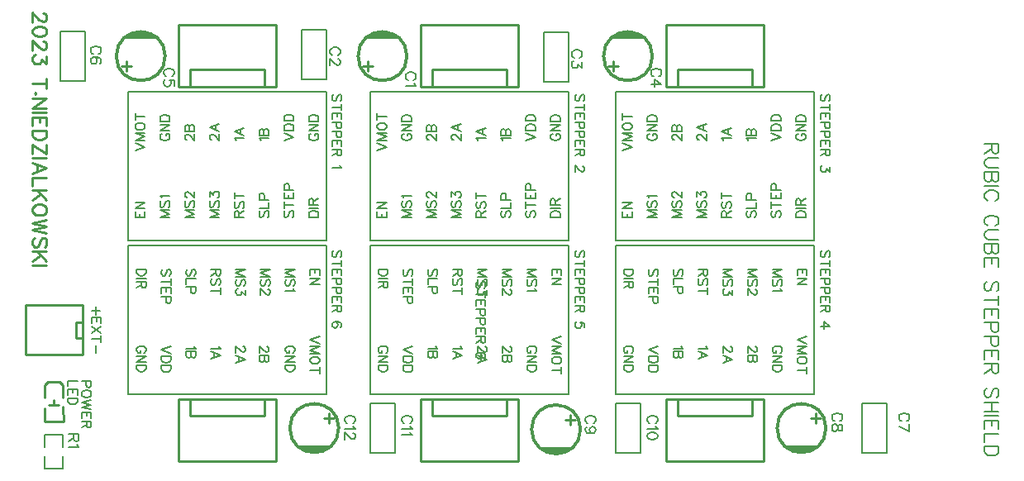
<source format=gto>
G04 Layer: TopSilkscreenLayer*
G04 EasyEDA v6.5.22, 2023-03-30 23:48:17*
G04 8450ab88c4f44046a07a984ff5d0ea80,f0b2f3ec3a9e47b7860458d5da5a3361,10*
G04 Gerber Generator version 0.2*
G04 Scale: 100 percent, Rotated: No, Reflected: No *
G04 Dimensions in inches *
G04 leading zeros omitted , absolute positions ,3 integer and 6 decimal *
%FSLAX36Y36*%
%MOIN*%

%ADD10C,0.0060*%
%ADD11C,0.0090*%
%ADD12C,0.0080*%
%ADD13C,0.0079*%
%ADD14C,0.0100*%
%ADD15C,0.0050*%
%ADD16C,0.0118*%
%ADD17C,0.0178*%

%LPD*%
D10*
X1299899Y1624499D02*
G01*
X1303500Y1628200D01*
X1305399Y1633600D01*
X1305399Y1640900D01*
X1303500Y1646399D01*
X1299899Y1650000D01*
X1296300Y1650000D01*
X1292600Y1648200D01*
X1290799Y1646399D01*
X1288999Y1642699D01*
X1285399Y1631799D01*
X1283500Y1628200D01*
X1281700Y1626399D01*
X1278100Y1624499D01*
X1272600Y1624499D01*
X1268999Y1628200D01*
X1267200Y1633600D01*
X1267200Y1640900D01*
X1268999Y1646399D01*
X1272600Y1650000D01*
X1305399Y1599800D02*
G01*
X1267200Y1599800D01*
X1305399Y1612500D02*
G01*
X1305399Y1587100D01*
X1305399Y1575100D02*
G01*
X1267200Y1575100D01*
X1305399Y1575100D02*
G01*
X1305399Y1551500D01*
X1287200Y1575100D02*
G01*
X1287200Y1560500D01*
X1267200Y1575100D02*
G01*
X1267200Y1551500D01*
X1305399Y1539499D02*
G01*
X1267200Y1539499D01*
X1305399Y1539499D02*
G01*
X1305399Y1523099D01*
X1303500Y1517600D01*
X1301700Y1515799D01*
X1298100Y1514000D01*
X1292600Y1514000D01*
X1288999Y1515799D01*
X1287200Y1517600D01*
X1285399Y1523099D01*
X1285399Y1539499D01*
X1305399Y1501999D02*
G01*
X1267200Y1501999D01*
X1305399Y1501999D02*
G01*
X1305399Y1485599D01*
X1303500Y1480199D01*
X1301700Y1478400D01*
X1298100Y1476500D01*
X1292600Y1476500D01*
X1288999Y1478400D01*
X1287200Y1480199D01*
X1285399Y1485599D01*
X1285399Y1501999D01*
X1305399Y1464499D02*
G01*
X1267200Y1464499D01*
X1305399Y1464499D02*
G01*
X1305399Y1440900D01*
X1287200Y1464499D02*
G01*
X1287200Y1450000D01*
X1267200Y1464499D02*
G01*
X1267200Y1440900D01*
X1305399Y1428899D02*
G01*
X1267200Y1428899D01*
X1305399Y1428899D02*
G01*
X1305399Y1412500D01*
X1303500Y1407100D01*
X1301700Y1405300D01*
X1298100Y1403499D01*
X1294499Y1403499D01*
X1290799Y1405300D01*
X1288999Y1407100D01*
X1287200Y1412500D01*
X1287200Y1428899D01*
X1287200Y1416199D02*
G01*
X1267200Y1403499D01*
X1298100Y1363499D02*
G01*
X1299899Y1359800D01*
X1305399Y1354400D01*
X1267200Y1354400D01*
X2279899Y1624499D02*
G01*
X2283500Y1628200D01*
X2285399Y1633600D01*
X2285399Y1640900D01*
X2283500Y1646399D01*
X2279899Y1650000D01*
X2276300Y1650000D01*
X2272600Y1648200D01*
X2270799Y1646399D01*
X2268999Y1642699D01*
X2265399Y1631799D01*
X2263500Y1628200D01*
X2261700Y1626399D01*
X2258100Y1624499D01*
X2252600Y1624499D01*
X2248999Y1628200D01*
X2247200Y1633600D01*
X2247200Y1640900D01*
X2248999Y1646399D01*
X2252600Y1650000D01*
X2285399Y1599800D02*
G01*
X2247200Y1599800D01*
X2285399Y1612500D02*
G01*
X2285399Y1587100D01*
X2285399Y1575100D02*
G01*
X2247200Y1575100D01*
X2285399Y1575100D02*
G01*
X2285399Y1551500D01*
X2267200Y1575100D02*
G01*
X2267200Y1560500D01*
X2247200Y1575100D02*
G01*
X2247200Y1551500D01*
X2285399Y1539499D02*
G01*
X2247200Y1539499D01*
X2285399Y1539499D02*
G01*
X2285399Y1523099D01*
X2283500Y1517600D01*
X2281700Y1515799D01*
X2278100Y1514000D01*
X2272600Y1514000D01*
X2268999Y1515799D01*
X2267200Y1517600D01*
X2265399Y1523099D01*
X2265399Y1539499D01*
X2285399Y1501999D02*
G01*
X2247200Y1501999D01*
X2285399Y1501999D02*
G01*
X2285399Y1485599D01*
X2283500Y1480199D01*
X2281700Y1478400D01*
X2278100Y1476500D01*
X2272600Y1476500D01*
X2268999Y1478400D01*
X2267200Y1480199D01*
X2265399Y1485599D01*
X2265399Y1501999D01*
X2285399Y1464499D02*
G01*
X2247200Y1464499D01*
X2285399Y1464499D02*
G01*
X2285399Y1440900D01*
X2267200Y1464499D02*
G01*
X2267200Y1450000D01*
X2247200Y1464499D02*
G01*
X2247200Y1440900D01*
X2285399Y1428899D02*
G01*
X2247200Y1428899D01*
X2285399Y1428899D02*
G01*
X2285399Y1412500D01*
X2283500Y1407100D01*
X2281700Y1405300D01*
X2278100Y1403499D01*
X2274499Y1403499D01*
X2270799Y1405300D01*
X2268999Y1407100D01*
X2267200Y1412500D01*
X2267200Y1428899D01*
X2267200Y1416199D02*
G01*
X2247200Y1403499D01*
X2276300Y1361599D02*
G01*
X2278100Y1361599D01*
X2281700Y1359800D01*
X2283500Y1358000D01*
X2285399Y1354400D01*
X2285399Y1347100D01*
X2283500Y1343499D01*
X2281700Y1341599D01*
X2278100Y1339800D01*
X2274499Y1339800D01*
X2270799Y1341599D01*
X2265399Y1345300D01*
X2247200Y1363499D01*
X2247200Y1338000D01*
X3269899Y1624499D02*
G01*
X3273500Y1628200D01*
X3275399Y1633600D01*
X3275399Y1640900D01*
X3273500Y1646399D01*
X3269899Y1650000D01*
X3266300Y1650000D01*
X3262600Y1648200D01*
X3260799Y1646399D01*
X3258999Y1642699D01*
X3255399Y1631799D01*
X3253500Y1628200D01*
X3251700Y1626399D01*
X3248100Y1624499D01*
X3242600Y1624499D01*
X3238999Y1628200D01*
X3237200Y1633600D01*
X3237200Y1640900D01*
X3238999Y1646399D01*
X3242600Y1650000D01*
X3275399Y1599800D02*
G01*
X3237200Y1599800D01*
X3275399Y1612500D02*
G01*
X3275399Y1587100D01*
X3275399Y1575100D02*
G01*
X3237200Y1575100D01*
X3275399Y1575100D02*
G01*
X3275399Y1551500D01*
X3257200Y1575100D02*
G01*
X3257200Y1560500D01*
X3237200Y1575100D02*
G01*
X3237200Y1551500D01*
X3275399Y1539499D02*
G01*
X3237200Y1539499D01*
X3275399Y1539499D02*
G01*
X3275399Y1523099D01*
X3273500Y1517600D01*
X3271700Y1515799D01*
X3268100Y1514000D01*
X3262600Y1514000D01*
X3258999Y1515799D01*
X3257200Y1517600D01*
X3255399Y1523099D01*
X3255399Y1539499D01*
X3275399Y1501999D02*
G01*
X3237200Y1501999D01*
X3275399Y1501999D02*
G01*
X3275399Y1485599D01*
X3273500Y1480199D01*
X3271700Y1478400D01*
X3268100Y1476500D01*
X3262600Y1476500D01*
X3258999Y1478400D01*
X3257200Y1480199D01*
X3255399Y1485599D01*
X3255399Y1501999D01*
X3275399Y1464499D02*
G01*
X3237200Y1464499D01*
X3275399Y1464499D02*
G01*
X3275399Y1440900D01*
X3257200Y1464499D02*
G01*
X3257200Y1450000D01*
X3237200Y1464499D02*
G01*
X3237200Y1440900D01*
X3275399Y1428899D02*
G01*
X3237200Y1428899D01*
X3275399Y1428899D02*
G01*
X3275399Y1412500D01*
X3273500Y1407100D01*
X3271700Y1405300D01*
X3268100Y1403499D01*
X3264499Y1403499D01*
X3260799Y1405300D01*
X3258999Y1407100D01*
X3257200Y1412500D01*
X3257200Y1428899D01*
X3257200Y1416199D02*
G01*
X3237200Y1403499D01*
X3275399Y1359800D02*
G01*
X3275399Y1339800D01*
X3260799Y1350700D01*
X3260799Y1345300D01*
X3258999Y1341599D01*
X3257200Y1339800D01*
X3251700Y1338000D01*
X3248100Y1338000D01*
X3242600Y1339800D01*
X3238999Y1343499D01*
X3237200Y1348899D01*
X3237200Y1354400D01*
X3238999Y1359800D01*
X3240799Y1361599D01*
X3244499Y1363499D01*
X3269899Y994499D02*
G01*
X3273500Y998200D01*
X3275399Y1003600D01*
X3275399Y1010900D01*
X3273500Y1016399D01*
X3269899Y1020000D01*
X3266300Y1020000D01*
X3262600Y1018200D01*
X3260799Y1016399D01*
X3258999Y1012699D01*
X3255399Y1001799D01*
X3253500Y998200D01*
X3251700Y996399D01*
X3248100Y994499D01*
X3242600Y994499D01*
X3238999Y998200D01*
X3237200Y1003600D01*
X3237200Y1010900D01*
X3238999Y1016399D01*
X3242600Y1020000D01*
X3275399Y969800D02*
G01*
X3237200Y969800D01*
X3275399Y982500D02*
G01*
X3275399Y957100D01*
X3275399Y945100D02*
G01*
X3237200Y945100D01*
X3275399Y945100D02*
G01*
X3275399Y921500D01*
X3257200Y945100D02*
G01*
X3257200Y930500D01*
X3237200Y945100D02*
G01*
X3237200Y921500D01*
X3275399Y909499D02*
G01*
X3237200Y909499D01*
X3275399Y909499D02*
G01*
X3275399Y893099D01*
X3273500Y887600D01*
X3271700Y885799D01*
X3268100Y884000D01*
X3262600Y884000D01*
X3258999Y885799D01*
X3257200Y887600D01*
X3255399Y893099D01*
X3255399Y909499D01*
X3275399Y871999D02*
G01*
X3237200Y871999D01*
X3275399Y871999D02*
G01*
X3275399Y855599D01*
X3273500Y850199D01*
X3271700Y848400D01*
X3268100Y846500D01*
X3262600Y846500D01*
X3258999Y848400D01*
X3257200Y850199D01*
X3255399Y855599D01*
X3255399Y871999D01*
X3275399Y834499D02*
G01*
X3237200Y834499D01*
X3275399Y834499D02*
G01*
X3275399Y810900D01*
X3257200Y834499D02*
G01*
X3257200Y820000D01*
X3237200Y834499D02*
G01*
X3237200Y810900D01*
X3275399Y798899D02*
G01*
X3237200Y798899D01*
X3275399Y798899D02*
G01*
X3275399Y782500D01*
X3273500Y777100D01*
X3271700Y775300D01*
X3268100Y773499D01*
X3264499Y773499D01*
X3260799Y775300D01*
X3258999Y777100D01*
X3257200Y782500D01*
X3257200Y798899D01*
X3257200Y786199D02*
G01*
X3237200Y773499D01*
X3275399Y715300D02*
G01*
X3249899Y733499D01*
X3249899Y706199D01*
X3275399Y715300D02*
G01*
X3237200Y715300D01*
X2279899Y994499D02*
G01*
X2283500Y998200D01*
X2285399Y1003600D01*
X2285399Y1010900D01*
X2283500Y1016399D01*
X2279899Y1020000D01*
X2276300Y1020000D01*
X2272600Y1018200D01*
X2270799Y1016399D01*
X2268999Y1012699D01*
X2265399Y1001799D01*
X2263500Y998200D01*
X2261700Y996399D01*
X2258100Y994499D01*
X2252600Y994499D01*
X2248999Y998200D01*
X2247200Y1003600D01*
X2247200Y1010900D01*
X2248999Y1016399D01*
X2252600Y1020000D01*
X2285399Y969800D02*
G01*
X2247200Y969800D01*
X2285399Y982500D02*
G01*
X2285399Y957100D01*
X2285399Y945100D02*
G01*
X2247200Y945100D01*
X2285399Y945100D02*
G01*
X2285399Y921500D01*
X2267200Y945100D02*
G01*
X2267200Y930500D01*
X2247200Y945100D02*
G01*
X2247200Y921500D01*
X2285399Y909499D02*
G01*
X2247200Y909499D01*
X2285399Y909499D02*
G01*
X2285399Y893099D01*
X2283500Y887600D01*
X2281700Y885799D01*
X2278100Y884000D01*
X2272600Y884000D01*
X2268999Y885799D01*
X2267200Y887600D01*
X2265399Y893099D01*
X2265399Y909499D01*
X2285399Y871999D02*
G01*
X2247200Y871999D01*
X2285399Y871999D02*
G01*
X2285399Y855599D01*
X2283500Y850199D01*
X2281700Y848400D01*
X2278100Y846500D01*
X2272600Y846500D01*
X2268999Y848400D01*
X2267200Y850199D01*
X2265399Y855599D01*
X2265399Y871999D01*
X2285399Y834499D02*
G01*
X2247200Y834499D01*
X2285399Y834499D02*
G01*
X2285399Y810900D01*
X2267200Y834499D02*
G01*
X2267200Y820000D01*
X2247200Y834499D02*
G01*
X2247200Y810900D01*
X2285399Y798899D02*
G01*
X2247200Y798899D01*
X2285399Y798899D02*
G01*
X2285399Y782500D01*
X2283500Y777100D01*
X2281700Y775300D01*
X2278100Y773499D01*
X2274499Y773499D01*
X2270799Y775300D01*
X2268999Y777100D01*
X2267200Y782500D01*
X2267200Y798899D01*
X2267200Y786199D02*
G01*
X2247200Y773499D01*
X2285399Y711599D02*
G01*
X2285399Y729800D01*
X2268999Y731599D01*
X2270799Y729800D01*
X2272600Y724400D01*
X2272600Y718899D01*
X2270799Y713499D01*
X2267200Y709800D01*
X2261700Y708000D01*
X2258100Y708000D01*
X2252600Y709800D01*
X2248999Y713499D01*
X2247200Y718899D01*
X2247200Y724400D01*
X2248999Y729800D01*
X2250799Y731599D01*
X2254499Y733499D01*
X1879899Y869499D02*
G01*
X1883500Y873200D01*
X1885399Y878600D01*
X1885399Y885900D01*
X1883500Y891399D01*
X1879899Y895000D01*
X1876300Y895000D01*
X1872600Y893200D01*
X1870799Y891399D01*
X1868999Y887699D01*
X1865399Y876799D01*
X1863500Y873200D01*
X1861700Y871399D01*
X1858100Y869499D01*
X1852600Y869499D01*
X1848999Y873200D01*
X1847200Y878600D01*
X1847200Y885900D01*
X1848999Y891399D01*
X1852600Y895000D01*
X1885399Y844800D02*
G01*
X1847200Y844800D01*
X1885399Y857500D02*
G01*
X1885399Y832100D01*
X1885399Y820100D02*
G01*
X1847200Y820100D01*
X1885399Y820100D02*
G01*
X1885399Y796500D01*
X1867200Y820100D02*
G01*
X1867200Y805500D01*
X1847200Y820100D02*
G01*
X1847200Y796500D01*
X1885399Y784499D02*
G01*
X1847200Y784499D01*
X1885399Y784499D02*
G01*
X1885399Y768099D01*
X1883500Y762600D01*
X1881700Y760799D01*
X1878100Y759000D01*
X1872600Y759000D01*
X1868999Y760799D01*
X1867200Y762600D01*
X1865399Y768099D01*
X1865399Y784499D01*
X1885399Y746999D02*
G01*
X1847200Y746999D01*
X1885399Y746999D02*
G01*
X1885399Y730599D01*
X1883500Y725199D01*
X1881700Y723400D01*
X1878100Y721500D01*
X1872600Y721500D01*
X1868999Y723400D01*
X1867200Y725199D01*
X1865399Y730599D01*
X1865399Y746999D01*
X1885399Y709499D02*
G01*
X1847200Y709499D01*
X1885399Y709499D02*
G01*
X1885399Y685900D01*
X1867200Y709499D02*
G01*
X1867200Y695000D01*
X1847200Y709499D02*
G01*
X1847200Y685900D01*
X1885399Y673899D02*
G01*
X1847200Y673899D01*
X1885399Y673899D02*
G01*
X1885399Y657500D01*
X1883500Y652100D01*
X1881700Y650300D01*
X1878100Y648499D01*
X1874499Y648499D01*
X1870799Y650300D01*
X1868999Y652100D01*
X1867200Y657500D01*
X1867200Y673899D01*
X1867200Y661199D02*
G01*
X1847200Y648499D01*
X1879899Y586599D02*
G01*
X1883500Y588499D01*
X1885399Y593899D01*
X1885399Y597500D01*
X1883500Y603000D01*
X1878100Y606599D01*
X1868999Y608499D01*
X1859899Y608499D01*
X1852600Y606599D01*
X1848999Y603000D01*
X1847200Y597500D01*
X1847200Y595700D01*
X1848999Y590300D01*
X1852600Y586599D01*
X1858100Y584800D01*
X1859899Y584800D01*
X1865399Y586599D01*
X1868999Y590300D01*
X1870799Y595700D01*
X1870799Y597500D01*
X1868999Y603000D01*
X1865399Y606599D01*
X1859899Y608499D01*
X1299899Y994499D02*
G01*
X1303500Y998200D01*
X1305399Y1003600D01*
X1305399Y1010900D01*
X1303500Y1016399D01*
X1299899Y1020000D01*
X1296300Y1020000D01*
X1292600Y1018200D01*
X1290799Y1016399D01*
X1288999Y1012699D01*
X1285399Y1001799D01*
X1283500Y998200D01*
X1281700Y996399D01*
X1278100Y994499D01*
X1272600Y994499D01*
X1268999Y998200D01*
X1267200Y1003600D01*
X1267200Y1010900D01*
X1268999Y1016399D01*
X1272600Y1020000D01*
X1305399Y969800D02*
G01*
X1267200Y969800D01*
X1305399Y982500D02*
G01*
X1305399Y957100D01*
X1305399Y945100D02*
G01*
X1267200Y945100D01*
X1305399Y945100D02*
G01*
X1305399Y921500D01*
X1287200Y945100D02*
G01*
X1287200Y930500D01*
X1267200Y945100D02*
G01*
X1267200Y921500D01*
X1305399Y909499D02*
G01*
X1267200Y909499D01*
X1305399Y909499D02*
G01*
X1305399Y893099D01*
X1303500Y887600D01*
X1301700Y885799D01*
X1298100Y884000D01*
X1292600Y884000D01*
X1288999Y885799D01*
X1287200Y887600D01*
X1285399Y893099D01*
X1285399Y909499D01*
X1305399Y871999D02*
G01*
X1267200Y871999D01*
X1305399Y871999D02*
G01*
X1305399Y855599D01*
X1303500Y850199D01*
X1301700Y848400D01*
X1298100Y846500D01*
X1292600Y846500D01*
X1288999Y848400D01*
X1287200Y850199D01*
X1285399Y855599D01*
X1285399Y871999D01*
X1305399Y834499D02*
G01*
X1267200Y834499D01*
X1305399Y834499D02*
G01*
X1305399Y810900D01*
X1287200Y834499D02*
G01*
X1287200Y820000D01*
X1267200Y834499D02*
G01*
X1267200Y810900D01*
X1305399Y798899D02*
G01*
X1267200Y798899D01*
X1305399Y798899D02*
G01*
X1305399Y782500D01*
X1303500Y777100D01*
X1301700Y775300D01*
X1298100Y773499D01*
X1294499Y773499D01*
X1290799Y775300D01*
X1288999Y777100D01*
X1287200Y782500D01*
X1287200Y798899D01*
X1287200Y786199D02*
G01*
X1267200Y773499D01*
X1299899Y711599D02*
G01*
X1303500Y713499D01*
X1305399Y718899D01*
X1305399Y722500D01*
X1303500Y728000D01*
X1298100Y731599D01*
X1288999Y733499D01*
X1279899Y733499D01*
X1272600Y731599D01*
X1268999Y728000D01*
X1267200Y722500D01*
X1267200Y720700D01*
X1268999Y715300D01*
X1272600Y711599D01*
X1278100Y709800D01*
X1279899Y709800D01*
X1285399Y711599D01*
X1288999Y715300D01*
X1290799Y720700D01*
X1290799Y722500D01*
X1288999Y728000D01*
X1285399Y731599D01*
X1279899Y733499D01*
X295399Y495000D02*
G01*
X257199Y495000D01*
X295399Y495000D02*
G01*
X295399Y478600D01*
X293499Y473200D01*
X291700Y471399D01*
X288099Y469499D01*
X282600Y469499D01*
X279000Y471399D01*
X277199Y473200D01*
X275399Y478600D01*
X275399Y495000D01*
X295399Y446599D02*
G01*
X293499Y450300D01*
X289899Y453899D01*
X286300Y455700D01*
X280799Y457500D01*
X271700Y457500D01*
X266300Y455700D01*
X262600Y453899D01*
X259000Y450300D01*
X257199Y446599D01*
X257199Y439400D01*
X259000Y435700D01*
X262600Y432100D01*
X266300Y430300D01*
X271700Y428499D01*
X280799Y428499D01*
X286300Y430300D01*
X289899Y432100D01*
X293499Y435700D01*
X295399Y439400D01*
X295399Y446599D01*
X295399Y416500D02*
G01*
X257199Y407399D01*
X295399Y398299D02*
G01*
X257199Y407399D01*
X295399Y398299D02*
G01*
X257199Y389200D01*
X295399Y380100D02*
G01*
X257199Y389200D01*
X295399Y368099D02*
G01*
X257199Y368099D01*
X295399Y368099D02*
G01*
X295399Y344499D01*
X277199Y368099D02*
G01*
X277199Y353499D01*
X257199Y368099D02*
G01*
X257199Y344499D01*
X295399Y332500D02*
G01*
X257199Y332500D01*
X295399Y332500D02*
G01*
X295399Y316100D01*
X293499Y310599D01*
X291700Y308800D01*
X288099Y306999D01*
X284499Y306999D01*
X280799Y308800D01*
X279000Y310599D01*
X277199Y316100D01*
X277199Y332500D01*
X277199Y319699D02*
G01*
X257199Y306999D01*
X240399Y495000D02*
G01*
X202199Y495000D01*
X202199Y495000D02*
G01*
X202199Y473200D01*
X240399Y461199D02*
G01*
X202199Y461199D01*
X240399Y461199D02*
G01*
X240399Y437500D01*
X222199Y461199D02*
G01*
X222199Y446599D01*
X202199Y461199D02*
G01*
X202199Y437500D01*
X240399Y425500D02*
G01*
X202199Y425500D01*
X240399Y425500D02*
G01*
X240399Y412800D01*
X238499Y407399D01*
X234899Y403699D01*
X231300Y401900D01*
X225799Y400100D01*
X216700Y400100D01*
X211300Y401900D01*
X207600Y403699D01*
X204000Y407399D01*
X202199Y412800D01*
X202199Y425500D01*
X329899Y778600D02*
G01*
X297199Y778600D01*
X313499Y795000D02*
G01*
X313499Y762300D01*
X335399Y750300D02*
G01*
X297199Y750300D01*
X335399Y750300D02*
G01*
X335399Y726599D01*
X317199Y750300D02*
G01*
X317199Y735700D01*
X297199Y750300D02*
G01*
X297199Y726599D01*
X335399Y714600D02*
G01*
X297199Y689200D01*
X335399Y689200D02*
G01*
X297199Y714600D01*
X335399Y664499D02*
G01*
X297199Y664499D01*
X335399Y677199D02*
G01*
X335399Y651700D01*
X313499Y639699D02*
G01*
X313499Y606999D01*
D11*
X101900Y1977300D02*
G01*
X104600Y1977300D01*
X110100Y1974499D01*
X112800Y1971799D01*
X115500Y1966399D01*
X115500Y1955500D01*
X112800Y1950000D01*
X110100Y1947300D01*
X104600Y1944499D01*
X99200Y1944499D01*
X93699Y1947300D01*
X85500Y1952699D01*
X58299Y1980000D01*
X58299Y1941799D01*
X115500Y1907500D02*
G01*
X112800Y1915599D01*
X104600Y1921100D01*
X90999Y1923800D01*
X82800Y1923800D01*
X69200Y1921100D01*
X60999Y1915599D01*
X58299Y1907500D01*
X58299Y1901999D01*
X60999Y1893800D01*
X69200Y1888400D01*
X82800Y1885599D01*
X90999Y1885599D01*
X104600Y1888400D01*
X112800Y1893800D01*
X115500Y1901999D01*
X115500Y1907500D01*
X101900Y1864899D02*
G01*
X104600Y1864899D01*
X110100Y1862199D01*
X112800Y1859499D01*
X115500Y1854000D01*
X115500Y1843099D01*
X112800Y1837600D01*
X110100Y1834899D01*
X104600Y1832199D01*
X99200Y1832199D01*
X93699Y1834899D01*
X85500Y1840399D01*
X58299Y1867600D01*
X58299Y1829499D01*
X115500Y1805999D02*
G01*
X115500Y1775999D01*
X93699Y1792399D01*
X93699Y1784200D01*
X90999Y1778699D01*
X88299Y1775999D01*
X80100Y1773299D01*
X74600Y1773299D01*
X66500Y1775999D01*
X60999Y1781500D01*
X58299Y1789600D01*
X58299Y1797800D01*
X60999Y1805999D01*
X63699Y1808699D01*
X69200Y1811500D01*
X115500Y1694200D02*
G01*
X58299Y1694200D01*
X115500Y1713299D02*
G01*
X115500Y1675100D01*
X71900Y1654400D02*
G01*
X69200Y1657100D01*
X66500Y1654400D01*
X69200Y1651599D01*
X71900Y1654400D01*
X115500Y1633600D02*
G01*
X58299Y1633600D01*
X115500Y1633600D02*
G01*
X58299Y1595500D01*
X115500Y1595500D02*
G01*
X58299Y1595500D01*
X115500Y1577500D02*
G01*
X58299Y1577500D01*
X115500Y1559499D02*
G01*
X58299Y1559499D01*
X115500Y1559499D02*
G01*
X115500Y1524000D01*
X88299Y1559499D02*
G01*
X88299Y1537600D01*
X58299Y1559499D02*
G01*
X58299Y1524000D01*
X115500Y1505999D02*
G01*
X58299Y1505999D01*
X115500Y1505999D02*
G01*
X115500Y1486900D01*
X112800Y1478699D01*
X107399Y1473299D01*
X101900Y1470500D01*
X93699Y1467800D01*
X80100Y1467800D01*
X71900Y1470500D01*
X66500Y1473299D01*
X60999Y1478699D01*
X58299Y1486900D01*
X58299Y1505999D01*
X115500Y1411599D02*
G01*
X58299Y1449800D01*
X115500Y1449800D02*
G01*
X115500Y1411599D01*
X58299Y1449800D02*
G01*
X58299Y1411599D01*
X115500Y1393600D02*
G01*
X58299Y1393600D01*
X115500Y1353800D02*
G01*
X58299Y1375599D01*
X115500Y1353800D02*
G01*
X58299Y1331999D01*
X77399Y1367500D02*
G01*
X77399Y1340199D01*
X115500Y1314000D02*
G01*
X58299Y1314000D01*
X58299Y1314000D02*
G01*
X58299Y1281300D01*
X115500Y1263299D02*
G01*
X58299Y1263299D01*
X115500Y1225100D02*
G01*
X77399Y1263299D01*
X90999Y1249600D02*
G01*
X58299Y1225100D01*
X115500Y1190700D02*
G01*
X112800Y1196199D01*
X107399Y1201599D01*
X101900Y1204400D01*
X93699Y1207100D01*
X80100Y1207100D01*
X71900Y1204400D01*
X66500Y1201599D01*
X60999Y1196199D01*
X58299Y1190700D01*
X58299Y1179800D01*
X60999Y1174400D01*
X66500Y1168899D01*
X71900Y1166199D01*
X80100Y1163499D01*
X93699Y1163499D01*
X101900Y1166199D01*
X107399Y1168899D01*
X112800Y1174400D01*
X115500Y1179800D01*
X115500Y1190700D01*
X115500Y1145500D02*
G01*
X58299Y1131799D01*
X115500Y1118200D02*
G01*
X58299Y1131799D01*
X115500Y1118200D02*
G01*
X58299Y1104499D01*
X115500Y1090900D02*
G01*
X58299Y1104499D01*
X107399Y1034699D02*
G01*
X112800Y1040199D01*
X115500Y1048400D01*
X115500Y1059299D01*
X112800Y1067500D01*
X107399Y1072899D01*
X101900Y1072899D01*
X96500Y1070199D01*
X93699Y1067500D01*
X90999Y1061999D01*
X85500Y1045599D01*
X82800Y1040199D01*
X80100Y1037500D01*
X74600Y1034699D01*
X66500Y1034699D01*
X60999Y1040199D01*
X58299Y1048400D01*
X58299Y1059299D01*
X60999Y1067500D01*
X66500Y1072899D01*
X115500Y1016700D02*
G01*
X58299Y1016700D01*
X115500Y978499D02*
G01*
X77399Y1016700D01*
X90999Y1003099D02*
G01*
X58299Y978499D01*
X115500Y960500D02*
G01*
X58299Y960500D01*
D12*
X3955500Y1450000D02*
G01*
X3898299Y1450000D01*
X3955500Y1450000D02*
G01*
X3955500Y1425500D01*
X3952799Y1417300D01*
X3950100Y1414499D01*
X3944600Y1411799D01*
X3939200Y1411799D01*
X3933699Y1414499D01*
X3931000Y1417300D01*
X3928299Y1425500D01*
X3928299Y1450000D01*
X3928299Y1430900D02*
G01*
X3898299Y1411799D01*
X3955500Y1393800D02*
G01*
X3914600Y1393800D01*
X3906499Y1391100D01*
X3901000Y1385599D01*
X3898299Y1377500D01*
X3898299Y1371999D01*
X3901000Y1363800D01*
X3906499Y1358400D01*
X3914600Y1355599D01*
X3955500Y1355599D01*
X3955500Y1337600D02*
G01*
X3898299Y1337600D01*
X3955500Y1337600D02*
G01*
X3955500Y1313099D01*
X3952799Y1304899D01*
X3950100Y1302199D01*
X3944600Y1299499D01*
X3939200Y1299499D01*
X3933699Y1302199D01*
X3931000Y1304899D01*
X3928299Y1313099D01*
X3928299Y1337600D02*
G01*
X3928299Y1313099D01*
X3925500Y1304899D01*
X3922799Y1302199D01*
X3917399Y1299499D01*
X3909200Y1299499D01*
X3903699Y1302199D01*
X3901000Y1304899D01*
X3898299Y1313099D01*
X3898299Y1337600D01*
X3955500Y1281500D02*
G01*
X3898299Y1281500D01*
X3941899Y1222500D02*
G01*
X3947399Y1225300D01*
X3952799Y1230700D01*
X3955500Y1236199D01*
X3955500Y1247100D01*
X3952799Y1252500D01*
X3947399Y1258000D01*
X3941899Y1260700D01*
X3933699Y1263499D01*
X3920100Y1263499D01*
X3911899Y1260700D01*
X3906499Y1258000D01*
X3901000Y1252500D01*
X3898299Y1247100D01*
X3898299Y1236199D01*
X3901000Y1230700D01*
X3906499Y1225300D01*
X3911899Y1222500D01*
X3941899Y1121599D02*
G01*
X3947399Y1124400D01*
X3952799Y1129800D01*
X3955500Y1135300D01*
X3955500Y1146199D01*
X3952799Y1151599D01*
X3947399Y1157100D01*
X3941899Y1159800D01*
X3933699Y1162500D01*
X3920100Y1162500D01*
X3911899Y1159800D01*
X3906499Y1157100D01*
X3901000Y1151599D01*
X3898299Y1146199D01*
X3898299Y1135300D01*
X3901000Y1129800D01*
X3906499Y1124400D01*
X3911899Y1121599D01*
X3955500Y1103600D02*
G01*
X3914600Y1103600D01*
X3906499Y1100900D01*
X3901000Y1095500D01*
X3898299Y1087300D01*
X3898299Y1081799D01*
X3901000Y1073600D01*
X3906499Y1068200D01*
X3914600Y1065500D01*
X3955500Y1065500D01*
X3955500Y1047500D02*
G01*
X3898299Y1047500D01*
X3955500Y1047500D02*
G01*
X3955500Y1022899D01*
X3952799Y1014699D01*
X3950100Y1011999D01*
X3944600Y1009299D01*
X3939200Y1009299D01*
X3933699Y1011999D01*
X3931000Y1014699D01*
X3928299Y1022899D01*
X3928299Y1047500D02*
G01*
X3928299Y1022899D01*
X3925500Y1014699D01*
X3922799Y1011999D01*
X3917399Y1009299D01*
X3909200Y1009299D01*
X3903699Y1011999D01*
X3901000Y1014699D01*
X3898299Y1022899D01*
X3898299Y1047500D01*
X3955500Y991300D02*
G01*
X3898299Y991300D01*
X3955500Y991300D02*
G01*
X3955500Y955799D01*
X3928299Y991300D02*
G01*
X3928299Y969499D01*
X3898299Y991300D02*
G01*
X3898299Y955799D01*
X3947399Y857600D02*
G01*
X3952799Y863099D01*
X3955500Y871300D01*
X3955500Y882199D01*
X3952799Y890399D01*
X3947399Y895799D01*
X3941899Y895799D01*
X3936499Y893099D01*
X3933699Y890399D01*
X3931000Y884899D01*
X3925500Y868499D01*
X3922799Y863099D01*
X3920100Y860399D01*
X3914600Y857600D01*
X3906499Y857600D01*
X3901000Y863099D01*
X3898299Y871300D01*
X3898299Y882199D01*
X3901000Y890399D01*
X3906499Y895799D01*
X3955500Y820500D02*
G01*
X3898299Y820500D01*
X3955500Y839600D02*
G01*
X3955500Y801500D01*
X3955500Y783499D02*
G01*
X3898299Y783499D01*
X3955500Y783499D02*
G01*
X3955500Y748000D01*
X3928299Y783499D02*
G01*
X3928299Y761599D01*
X3898299Y783499D02*
G01*
X3898299Y748000D01*
X3955500Y730000D02*
G01*
X3898299Y730000D01*
X3955500Y730000D02*
G01*
X3955500Y705500D01*
X3952799Y697300D01*
X3950100Y694499D01*
X3944600Y691799D01*
X3936499Y691799D01*
X3931000Y694499D01*
X3928299Y697300D01*
X3925500Y705500D01*
X3925500Y730000D01*
X3955500Y673800D02*
G01*
X3898299Y673800D01*
X3955500Y673800D02*
G01*
X3955500Y649299D01*
X3952799Y641100D01*
X3950100Y638400D01*
X3944600Y635599D01*
X3936499Y635599D01*
X3931000Y638400D01*
X3928299Y641100D01*
X3925500Y649299D01*
X3925500Y673800D01*
X3955500Y617600D02*
G01*
X3898299Y617600D01*
X3955500Y617600D02*
G01*
X3955500Y582199D01*
X3928299Y617600D02*
G01*
X3928299Y595799D01*
X3898299Y617600D02*
G01*
X3898299Y582199D01*
X3955500Y564200D02*
G01*
X3898299Y564200D01*
X3955500Y564200D02*
G01*
X3955500Y539600D01*
X3952799Y531500D01*
X3950100Y528699D01*
X3944600Y525999D01*
X3939200Y525999D01*
X3933699Y528699D01*
X3931000Y531500D01*
X3928299Y539600D01*
X3928299Y564200D01*
X3928299Y545100D02*
G01*
X3898299Y525999D01*
X3947399Y427800D02*
G01*
X3952799Y433299D01*
X3955500Y441500D01*
X3955500Y452399D01*
X3952799Y460500D01*
X3947399Y465999D01*
X3941899Y465999D01*
X3936499Y463299D01*
X3933699Y460500D01*
X3931000Y455100D01*
X3925500Y438699D01*
X3922799Y433299D01*
X3920100Y430500D01*
X3914600Y427800D01*
X3906499Y427800D01*
X3901000Y433299D01*
X3898299Y441500D01*
X3898299Y452399D01*
X3901000Y460500D01*
X3906499Y465999D01*
X3955500Y409800D02*
G01*
X3898299Y409800D01*
X3955500Y371599D02*
G01*
X3898299Y371599D01*
X3928299Y409800D02*
G01*
X3928299Y371599D01*
X3955500Y353600D02*
G01*
X3898299Y353600D01*
X3955500Y335599D02*
G01*
X3898299Y335599D01*
X3955500Y335599D02*
G01*
X3955500Y300199D01*
X3928299Y335599D02*
G01*
X3928299Y313800D01*
X3898299Y335599D02*
G01*
X3898299Y300199D01*
X3955500Y282199D02*
G01*
X3898299Y282199D01*
X3898299Y282199D02*
G01*
X3898299Y249499D01*
X3955500Y231500D02*
G01*
X3898299Y231500D01*
X3955500Y231500D02*
G01*
X3955500Y212399D01*
X3952799Y204200D01*
X3947399Y198699D01*
X3941899Y195999D01*
X3933699Y193299D01*
X3920100Y193299D01*
X3911899Y195999D01*
X3906499Y198699D01*
X3901000Y204200D01*
X3898299Y212399D01*
X3898299Y231500D01*
D10*
X2265200Y1799299D02*
G01*
X2269300Y1801399D01*
X2273400Y1805500D01*
X2275399Y1809499D01*
X2275399Y1817699D01*
X2273400Y1821799D01*
X2269300Y1825900D01*
X2265200Y1828000D01*
X2258999Y1830000D01*
X2248800Y1830000D01*
X2242700Y1828000D01*
X2238599Y1825900D01*
X2234499Y1821799D01*
X2232500Y1817699D01*
X2232500Y1809499D01*
X2234499Y1805500D01*
X2238599Y1801399D01*
X2242700Y1799299D01*
X2275399Y1781700D02*
G01*
X2275399Y1759200D01*
X2258999Y1771500D01*
X2258999Y1765399D01*
X2256999Y1761300D01*
X2255000Y1759200D01*
X2248800Y1757199D01*
X2244700Y1757199D01*
X2238599Y1759200D01*
X2234499Y1763299D01*
X2232500Y1769499D01*
X2232500Y1775599D01*
X2234499Y1781700D01*
X2236499Y1783800D01*
X2240600Y1785799D01*
X325199Y1814299D02*
G01*
X329299Y1816399D01*
X333400Y1820500D01*
X335399Y1824499D01*
X335399Y1832699D01*
X333400Y1836799D01*
X329299Y1840900D01*
X325199Y1843000D01*
X319000Y1845000D01*
X308800Y1845000D01*
X302699Y1843000D01*
X298600Y1840900D01*
X294499Y1836799D01*
X292500Y1832699D01*
X292500Y1824499D01*
X294499Y1820500D01*
X298600Y1816399D01*
X302699Y1814299D01*
X329299Y1776300D02*
G01*
X333400Y1778299D01*
X335399Y1784499D01*
X335399Y1788499D01*
X333400Y1794699D01*
X327199Y1798800D01*
X316999Y1800799D01*
X306799Y1800799D01*
X298600Y1798800D01*
X294499Y1794699D01*
X292500Y1788499D01*
X292500Y1786500D01*
X294499Y1780399D01*
X298600Y1776300D01*
X304699Y1774200D01*
X306799Y1774200D01*
X312899Y1776300D01*
X316999Y1780399D01*
X319000Y1786500D01*
X319000Y1788499D01*
X316999Y1794699D01*
X312899Y1798800D01*
X306799Y1800799D01*
X3585200Y334299D02*
G01*
X3589300Y336399D01*
X3593400Y340500D01*
X3595399Y344499D01*
X3595399Y352699D01*
X3593400Y356799D01*
X3589300Y360900D01*
X3585200Y363000D01*
X3578999Y365000D01*
X3568800Y365000D01*
X3562700Y363000D01*
X3558599Y360900D01*
X3554499Y356799D01*
X3552500Y352699D01*
X3552500Y344499D01*
X3554499Y340500D01*
X3558599Y336399D01*
X3562700Y334299D01*
X3595399Y292199D02*
G01*
X3552500Y312600D01*
X3595399Y320799D02*
G01*
X3595399Y292199D01*
X2570200Y324299D02*
G01*
X2574300Y326399D01*
X2578400Y330500D01*
X2580399Y334499D01*
X2580399Y342699D01*
X2578400Y346799D01*
X2574300Y350900D01*
X2570200Y353000D01*
X2563999Y355000D01*
X2553800Y355000D01*
X2547700Y353000D01*
X2543599Y350900D01*
X2539499Y346799D01*
X2537500Y342699D01*
X2537500Y334499D01*
X2539499Y330500D01*
X2543599Y326399D01*
X2547700Y324299D01*
X2572200Y310799D02*
G01*
X2574300Y306700D01*
X2580399Y300599D01*
X2537500Y300599D01*
X2580399Y274800D02*
G01*
X2578400Y280999D01*
X2572200Y285000D01*
X2561999Y287100D01*
X2555900Y287100D01*
X2545600Y285000D01*
X2539499Y280999D01*
X2537500Y274800D01*
X2537500Y270700D01*
X2539499Y264600D01*
X2545600Y260500D01*
X2555900Y258499D01*
X2561999Y258499D01*
X2572200Y260500D01*
X2578400Y264600D01*
X2580399Y270700D01*
X2580399Y274800D01*
X1580200Y324299D02*
G01*
X1584300Y326399D01*
X1588400Y330500D01*
X1590399Y334499D01*
X1590399Y342699D01*
X1588400Y346799D01*
X1584300Y350900D01*
X1580200Y353000D01*
X1573999Y355000D01*
X1563800Y355000D01*
X1557700Y353000D01*
X1553599Y350900D01*
X1549499Y346799D01*
X1547500Y342699D01*
X1547500Y334499D01*
X1549499Y330500D01*
X1553599Y326399D01*
X1557700Y324299D01*
X1582200Y310799D02*
G01*
X1584300Y306700D01*
X1590399Y300599D01*
X1547500Y300599D01*
X1582200Y287100D02*
G01*
X1584300Y283000D01*
X1590399Y276900D01*
X1547500Y276900D01*
D12*
X1548199Y1155000D02*
G01*
X1586400Y1155000D01*
X1548199Y1155000D02*
G01*
X1586400Y1169499D01*
X1548199Y1184099D02*
G01*
X1586400Y1169499D01*
X1548199Y1184099D02*
G01*
X1586400Y1184099D01*
X1553599Y1221500D02*
G01*
X1550000Y1217899D01*
X1548199Y1212500D01*
X1548199Y1205199D01*
X1550000Y1199699D01*
X1553599Y1196100D01*
X1557299Y1196100D01*
X1560900Y1197899D01*
X1562700Y1199699D01*
X1564499Y1203400D01*
X1568199Y1214299D01*
X1570000Y1217899D01*
X1571800Y1219699D01*
X1575500Y1221500D01*
X1580900Y1221500D01*
X1584499Y1217899D01*
X1586400Y1212500D01*
X1586400Y1205199D01*
X1584499Y1199699D01*
X1580900Y1196100D01*
X1555500Y1233499D02*
G01*
X1553599Y1237199D01*
X1548199Y1242600D01*
X1586400Y1242600D01*
X1648199Y1155000D02*
G01*
X1686400Y1155000D01*
X1648199Y1155000D02*
G01*
X1686400Y1169499D01*
X1648199Y1184099D02*
G01*
X1686400Y1169499D01*
X1648199Y1184099D02*
G01*
X1686400Y1184099D01*
X1653599Y1221500D02*
G01*
X1650000Y1217899D01*
X1648199Y1212500D01*
X1648199Y1205199D01*
X1650000Y1199699D01*
X1653599Y1196100D01*
X1657299Y1196100D01*
X1660900Y1197899D01*
X1662700Y1199699D01*
X1664499Y1203400D01*
X1668199Y1214299D01*
X1670000Y1217899D01*
X1671800Y1219699D01*
X1675500Y1221500D01*
X1680900Y1221500D01*
X1684499Y1217899D01*
X1686400Y1212500D01*
X1686400Y1205199D01*
X1684499Y1199699D01*
X1680900Y1196100D01*
X1657299Y1235399D02*
G01*
X1655500Y1235399D01*
X1651800Y1237199D01*
X1650000Y1239000D01*
X1648199Y1242600D01*
X1648199Y1249899D01*
X1650000Y1253499D01*
X1651800Y1255399D01*
X1655500Y1257199D01*
X1659099Y1257199D01*
X1662700Y1255399D01*
X1668199Y1251700D01*
X1686400Y1233499D01*
X1686400Y1259000D01*
X1748199Y1155000D02*
G01*
X1786400Y1155000D01*
X1748199Y1155000D02*
G01*
X1786400Y1169499D01*
X1748199Y1184099D02*
G01*
X1786400Y1169499D01*
X1748199Y1184099D02*
G01*
X1786400Y1184099D01*
X1753599Y1221500D02*
G01*
X1750000Y1217899D01*
X1748199Y1212500D01*
X1748199Y1205199D01*
X1750000Y1199699D01*
X1753599Y1196100D01*
X1757299Y1196100D01*
X1760900Y1197899D01*
X1762700Y1199699D01*
X1764499Y1203400D01*
X1768199Y1214299D01*
X1770000Y1217899D01*
X1771800Y1219699D01*
X1775500Y1221500D01*
X1780900Y1221500D01*
X1784499Y1217899D01*
X1786400Y1212500D01*
X1786400Y1205199D01*
X1784499Y1199699D01*
X1780900Y1196100D01*
X1748199Y1237199D02*
G01*
X1748199Y1257199D01*
X1762700Y1246300D01*
X1762700Y1251700D01*
X1764499Y1255399D01*
X1766400Y1257199D01*
X1771800Y1259000D01*
X1775500Y1259000D01*
X1780900Y1257199D01*
X1784499Y1253499D01*
X1786400Y1248099D01*
X1786400Y1242600D01*
X1784499Y1237199D01*
X1782700Y1235399D01*
X1779099Y1233499D01*
X2053599Y1180500D02*
G01*
X2050000Y1176799D01*
X2048199Y1171399D01*
X2048199Y1164099D01*
X2050000Y1158600D01*
X2053599Y1155000D01*
X2057299Y1155000D01*
X2060900Y1156799D01*
X2062700Y1158600D01*
X2064499Y1162300D01*
X2068199Y1173200D01*
X2070000Y1176799D01*
X2071800Y1178600D01*
X2075500Y1180500D01*
X2080900Y1180500D01*
X2084499Y1176799D01*
X2086400Y1171399D01*
X2086400Y1164099D01*
X2084499Y1158600D01*
X2080900Y1155000D01*
X2048199Y1205199D02*
G01*
X2086400Y1205199D01*
X2048199Y1192500D02*
G01*
X2048199Y1217899D01*
X2048199Y1229899D02*
G01*
X2086400Y1229899D01*
X2048199Y1229899D02*
G01*
X2048199Y1253499D01*
X2066400Y1229899D02*
G01*
X2066400Y1244499D01*
X2086400Y1229899D02*
G01*
X2086400Y1253499D01*
X2048199Y1265500D02*
G01*
X2086400Y1265500D01*
X2048199Y1265500D02*
G01*
X2048199Y1281900D01*
X2050000Y1287399D01*
X2051800Y1289200D01*
X2055500Y1290999D01*
X2060900Y1290999D01*
X2064499Y1289200D01*
X2066400Y1287399D01*
X2068199Y1281900D01*
X2068199Y1265500D01*
X2148199Y1155000D02*
G01*
X2186400Y1155000D01*
X2148199Y1155000D02*
G01*
X2148199Y1167699D01*
X2150000Y1173200D01*
X2153599Y1176799D01*
X2157299Y1178600D01*
X2162700Y1180500D01*
X2171800Y1180500D01*
X2177299Y1178600D01*
X2180900Y1176799D01*
X2184499Y1173200D01*
X2186400Y1167699D01*
X2186400Y1155000D01*
X2148199Y1192500D02*
G01*
X2186400Y1192500D01*
X2148199Y1204499D02*
G01*
X2186400Y1204499D01*
X2148199Y1204499D02*
G01*
X2148199Y1220799D01*
X2150000Y1226300D01*
X2151800Y1228099D01*
X2155500Y1229899D01*
X2159099Y1229899D01*
X2162700Y1228099D01*
X2164499Y1226300D01*
X2166400Y1220799D01*
X2166400Y1204499D01*
X2166400Y1217199D02*
G01*
X2186400Y1229899D01*
X2157299Y1492300D02*
G01*
X2153599Y1490500D01*
X2150000Y1486799D01*
X2148199Y1483200D01*
X2148199Y1475900D01*
X2150000Y1472300D01*
X2153599Y1468600D01*
X2157299Y1466799D01*
X2162700Y1465000D01*
X2171800Y1465000D01*
X2177299Y1466799D01*
X2180900Y1468600D01*
X2184499Y1472300D01*
X2186400Y1475900D01*
X2186400Y1483200D01*
X2184499Y1486799D01*
X2180900Y1490500D01*
X2177299Y1492300D01*
X2171800Y1492300D01*
X2171800Y1483200D02*
G01*
X2171800Y1492300D01*
X2148199Y1504299D02*
G01*
X2186400Y1504299D01*
X2148199Y1504299D02*
G01*
X2186400Y1529699D01*
X2148199Y1529699D02*
G01*
X2186400Y1529699D01*
X2148199Y1541700D02*
G01*
X2186400Y1541700D01*
X2148199Y1541700D02*
G01*
X2148199Y1554499D01*
X2150000Y1559899D01*
X2153599Y1563499D01*
X2157299Y1565399D01*
X2162700Y1567199D01*
X2171800Y1567199D01*
X2177299Y1565399D01*
X2180900Y1563499D01*
X2184499Y1559899D01*
X2186400Y1554499D01*
X2186400Y1541700D01*
X2048199Y1465000D02*
G01*
X2086400Y1479499D01*
X2048199Y1494099D02*
G01*
X2086400Y1479499D01*
X2048199Y1506100D02*
G01*
X2086400Y1506100D01*
X2048199Y1506100D02*
G01*
X2048199Y1518800D01*
X2050000Y1524299D01*
X2053599Y1527899D01*
X2057299Y1529699D01*
X2062700Y1531500D01*
X2071800Y1531500D01*
X2077299Y1529699D01*
X2080900Y1527899D01*
X2084499Y1524299D01*
X2086400Y1518800D01*
X2086400Y1506100D01*
X2048199Y1543499D02*
G01*
X2086400Y1543499D01*
X2048199Y1543499D02*
G01*
X2048199Y1556300D01*
X2050000Y1561700D01*
X2053599Y1565399D01*
X2057299Y1567199D01*
X2062700Y1569000D01*
X2071800Y1569000D01*
X2077299Y1567199D01*
X2080900Y1565399D01*
X2084499Y1561700D01*
X2086400Y1556300D01*
X2086400Y1543499D01*
X1955500Y1465000D02*
G01*
X1953599Y1468600D01*
X1948199Y1474099D01*
X1986400Y1474099D01*
X1948199Y1486100D02*
G01*
X1986400Y1486100D01*
X1948199Y1486100D02*
G01*
X1948199Y1502500D01*
X1950000Y1507899D01*
X1951800Y1509699D01*
X1955500Y1511500D01*
X1959099Y1511500D01*
X1962700Y1509699D01*
X1964499Y1507899D01*
X1966400Y1502500D01*
X1966400Y1486100D02*
G01*
X1966400Y1502500D01*
X1968199Y1507899D01*
X1970000Y1509699D01*
X1973599Y1511500D01*
X1979099Y1511500D01*
X1982700Y1509699D01*
X1984499Y1507899D01*
X1986400Y1502500D01*
X1986400Y1486100D01*
X1855500Y1465000D02*
G01*
X1853599Y1468600D01*
X1848199Y1474099D01*
X1886400Y1474099D01*
X1848199Y1500599D02*
G01*
X1886400Y1486100D01*
X1848199Y1500599D02*
G01*
X1886400Y1515199D01*
X1873599Y1491500D02*
G01*
X1873599Y1509699D01*
X1757299Y1466799D02*
G01*
X1755500Y1466799D01*
X1751800Y1468600D01*
X1750000Y1470500D01*
X1748199Y1474099D01*
X1748199Y1481399D01*
X1750000Y1485000D01*
X1751800Y1486799D01*
X1755500Y1488600D01*
X1759099Y1488600D01*
X1762700Y1486799D01*
X1768199Y1483200D01*
X1786400Y1465000D01*
X1786400Y1490500D01*
X1748199Y1516999D02*
G01*
X1786400Y1502500D01*
X1748199Y1516999D02*
G01*
X1786400Y1531500D01*
X1773599Y1507899D02*
G01*
X1773599Y1526100D01*
X1657299Y1466799D02*
G01*
X1655500Y1466799D01*
X1651800Y1468600D01*
X1650000Y1470500D01*
X1648199Y1474099D01*
X1648199Y1481399D01*
X1650000Y1485000D01*
X1651800Y1486799D01*
X1655500Y1488600D01*
X1659099Y1488600D01*
X1662700Y1486799D01*
X1668199Y1483200D01*
X1686400Y1465000D01*
X1686400Y1490500D01*
X1648199Y1502500D02*
G01*
X1686400Y1502500D01*
X1648199Y1502500D02*
G01*
X1648199Y1518800D01*
X1650000Y1524299D01*
X1651800Y1526100D01*
X1655500Y1527899D01*
X1659099Y1527899D01*
X1662700Y1526100D01*
X1664499Y1524299D01*
X1666400Y1518800D01*
X1666400Y1502500D02*
G01*
X1666400Y1518800D01*
X1668199Y1524299D01*
X1670000Y1526100D01*
X1673599Y1527899D01*
X1679099Y1527899D01*
X1682700Y1526100D01*
X1684499Y1524299D01*
X1686400Y1518800D01*
X1686400Y1502500D01*
X1557299Y1492300D02*
G01*
X1553599Y1490500D01*
X1550000Y1486799D01*
X1548199Y1483200D01*
X1548199Y1475900D01*
X1550000Y1472300D01*
X1553599Y1468600D01*
X1557299Y1466799D01*
X1562700Y1465000D01*
X1571800Y1465000D01*
X1577299Y1466799D01*
X1580900Y1468600D01*
X1584499Y1472300D01*
X1586400Y1475900D01*
X1586400Y1483200D01*
X1584499Y1486799D01*
X1580900Y1490500D01*
X1577299Y1492300D01*
X1571800Y1492300D01*
X1571800Y1483200D02*
G01*
X1571800Y1492300D01*
X1548199Y1504299D02*
G01*
X1586400Y1504299D01*
X1548199Y1504299D02*
G01*
X1586400Y1529699D01*
X1548199Y1529699D02*
G01*
X1586400Y1529699D01*
X1548199Y1541700D02*
G01*
X1586400Y1541700D01*
X1548199Y1541700D02*
G01*
X1548199Y1554499D01*
X1550000Y1559899D01*
X1553599Y1563499D01*
X1557299Y1565399D01*
X1562700Y1567199D01*
X1571800Y1567199D01*
X1577299Y1565399D01*
X1580900Y1563499D01*
X1584499Y1559899D01*
X1586400Y1554499D01*
X1586400Y1541700D01*
X1448199Y1425000D02*
G01*
X1486400Y1439499D01*
X1448199Y1454099D02*
G01*
X1486400Y1439499D01*
X1448199Y1466100D02*
G01*
X1486400Y1466100D01*
X1448199Y1466100D02*
G01*
X1486400Y1480599D01*
X1448199Y1495199D02*
G01*
X1486400Y1480599D01*
X1448199Y1495199D02*
G01*
X1486400Y1495199D01*
X1448199Y1518099D02*
G01*
X1450000Y1514499D01*
X1453599Y1510799D01*
X1457299Y1509000D01*
X1462700Y1507199D01*
X1471800Y1507199D01*
X1477299Y1509000D01*
X1480900Y1510799D01*
X1484499Y1514499D01*
X1486400Y1518099D01*
X1486400Y1525399D01*
X1484499Y1529000D01*
X1480900Y1532600D01*
X1477299Y1534499D01*
X1471800Y1536300D01*
X1462700Y1536300D01*
X1457299Y1534499D01*
X1453599Y1532600D01*
X1450000Y1529000D01*
X1448199Y1525399D01*
X1448199Y1518099D01*
X1448199Y1560999D02*
G01*
X1486400Y1560999D01*
X1448199Y1548299D02*
G01*
X1448199Y1573699D01*
X1448199Y1155000D02*
G01*
X1486400Y1155000D01*
X1448199Y1155000D02*
G01*
X1448199Y1178600D01*
X1466400Y1155000D02*
G01*
X1466400Y1169499D01*
X1486400Y1155000D02*
G01*
X1486400Y1178600D01*
X1448199Y1190599D02*
G01*
X1486400Y1190599D01*
X1448199Y1190599D02*
G01*
X1486400Y1216100D01*
X1448199Y1216100D02*
G01*
X1486400Y1216100D01*
X1848199Y1155000D02*
G01*
X1886400Y1155000D01*
X1848199Y1155000D02*
G01*
X1848199Y1171399D01*
X1850000Y1176799D01*
X1851800Y1178600D01*
X1855500Y1180500D01*
X1859099Y1180500D01*
X1862700Y1178600D01*
X1864499Y1176799D01*
X1866400Y1171399D01*
X1866400Y1155000D01*
X1866400Y1167699D02*
G01*
X1886400Y1180500D01*
X1853599Y1217899D02*
G01*
X1850000Y1214299D01*
X1848199Y1208800D01*
X1848199Y1201500D01*
X1850000Y1196100D01*
X1853599Y1192500D01*
X1857299Y1192500D01*
X1860900Y1194299D01*
X1862700Y1196100D01*
X1864499Y1199699D01*
X1868199Y1210599D01*
X1870000Y1214299D01*
X1871800Y1216100D01*
X1875500Y1217899D01*
X1880900Y1217899D01*
X1884499Y1214299D01*
X1886400Y1208800D01*
X1886400Y1201500D01*
X1884499Y1196100D01*
X1880900Y1192500D01*
X1848199Y1242600D02*
G01*
X1886400Y1242600D01*
X1848199Y1229899D02*
G01*
X1848199Y1255399D01*
X1953599Y1180500D02*
G01*
X1950000Y1176799D01*
X1948199Y1171399D01*
X1948199Y1164099D01*
X1950000Y1158600D01*
X1953599Y1155000D01*
X1957299Y1155000D01*
X1960900Y1156799D01*
X1962700Y1158600D01*
X1964499Y1162300D01*
X1968199Y1173200D01*
X1970000Y1176799D01*
X1971800Y1178600D01*
X1975500Y1180500D01*
X1980900Y1180500D01*
X1984499Y1176799D01*
X1986400Y1171399D01*
X1986400Y1164099D01*
X1984499Y1158600D01*
X1980900Y1155000D01*
X1948199Y1192500D02*
G01*
X1986400Y1192500D01*
X1986400Y1192500D02*
G01*
X1986400Y1214299D01*
X1948199Y1226300D02*
G01*
X1986400Y1226300D01*
X1948199Y1226300D02*
G01*
X1948199Y1242600D01*
X1950000Y1248099D01*
X1951800Y1249899D01*
X1955500Y1251700D01*
X1960900Y1251700D01*
X1964499Y1249899D01*
X1966400Y1248099D01*
X1968199Y1242600D01*
X1968199Y1226300D01*
X2538199Y1155000D02*
G01*
X2576400Y1155000D01*
X2538199Y1155000D02*
G01*
X2576400Y1169499D01*
X2538199Y1184099D02*
G01*
X2576400Y1169499D01*
X2538199Y1184099D02*
G01*
X2576400Y1184099D01*
X2543599Y1221500D02*
G01*
X2540000Y1217899D01*
X2538199Y1212500D01*
X2538199Y1205199D01*
X2540000Y1199699D01*
X2543599Y1196100D01*
X2547299Y1196100D01*
X2550900Y1197899D01*
X2552700Y1199699D01*
X2554499Y1203400D01*
X2558199Y1214299D01*
X2560000Y1217899D01*
X2561800Y1219699D01*
X2565500Y1221500D01*
X2570900Y1221500D01*
X2574499Y1217899D01*
X2576400Y1212500D01*
X2576400Y1205199D01*
X2574499Y1199699D01*
X2570900Y1196100D01*
X2545500Y1233499D02*
G01*
X2543599Y1237199D01*
X2538199Y1242600D01*
X2576400Y1242600D01*
X2638199Y1155000D02*
G01*
X2676400Y1155000D01*
X2638199Y1155000D02*
G01*
X2676400Y1169499D01*
X2638199Y1184099D02*
G01*
X2676400Y1169499D01*
X2638199Y1184099D02*
G01*
X2676400Y1184099D01*
X2643599Y1221500D02*
G01*
X2640000Y1217899D01*
X2638199Y1212500D01*
X2638199Y1205199D01*
X2640000Y1199699D01*
X2643599Y1196100D01*
X2647299Y1196100D01*
X2650900Y1197899D01*
X2652700Y1199699D01*
X2654499Y1203400D01*
X2658199Y1214299D01*
X2660000Y1217899D01*
X2661800Y1219699D01*
X2665500Y1221500D01*
X2670900Y1221500D01*
X2674499Y1217899D01*
X2676400Y1212500D01*
X2676400Y1205199D01*
X2674499Y1199699D01*
X2670900Y1196100D01*
X2647299Y1235399D02*
G01*
X2645500Y1235399D01*
X2641800Y1237199D01*
X2640000Y1239000D01*
X2638199Y1242600D01*
X2638199Y1249899D01*
X2640000Y1253499D01*
X2641800Y1255399D01*
X2645500Y1257199D01*
X2649099Y1257199D01*
X2652700Y1255399D01*
X2658199Y1251700D01*
X2676400Y1233499D01*
X2676400Y1259000D01*
X2738199Y1155000D02*
G01*
X2776400Y1155000D01*
X2738199Y1155000D02*
G01*
X2776400Y1169499D01*
X2738199Y1184099D02*
G01*
X2776400Y1169499D01*
X2738199Y1184099D02*
G01*
X2776400Y1184099D01*
X2743599Y1221500D02*
G01*
X2740000Y1217899D01*
X2738199Y1212500D01*
X2738199Y1205199D01*
X2740000Y1199699D01*
X2743599Y1196100D01*
X2747299Y1196100D01*
X2750900Y1197899D01*
X2752700Y1199699D01*
X2754499Y1203400D01*
X2758199Y1214299D01*
X2760000Y1217899D01*
X2761800Y1219699D01*
X2765500Y1221500D01*
X2770900Y1221500D01*
X2774499Y1217899D01*
X2776400Y1212500D01*
X2776400Y1205199D01*
X2774499Y1199699D01*
X2770900Y1196100D01*
X2738199Y1237199D02*
G01*
X2738199Y1257199D01*
X2752700Y1246300D01*
X2752700Y1251700D01*
X2754499Y1255399D01*
X2756400Y1257199D01*
X2761800Y1259000D01*
X2765500Y1259000D01*
X2770900Y1257199D01*
X2774499Y1253499D01*
X2776400Y1248099D01*
X2776400Y1242600D01*
X2774499Y1237199D01*
X2772700Y1235399D01*
X2769099Y1233499D01*
X3043599Y1180500D02*
G01*
X3040000Y1176799D01*
X3038199Y1171399D01*
X3038199Y1164099D01*
X3040000Y1158600D01*
X3043599Y1155000D01*
X3047299Y1155000D01*
X3050900Y1156799D01*
X3052700Y1158600D01*
X3054499Y1162300D01*
X3058199Y1173200D01*
X3060000Y1176799D01*
X3061800Y1178600D01*
X3065500Y1180500D01*
X3070900Y1180500D01*
X3074499Y1176799D01*
X3076400Y1171399D01*
X3076400Y1164099D01*
X3074499Y1158600D01*
X3070900Y1155000D01*
X3038199Y1205199D02*
G01*
X3076400Y1205199D01*
X3038199Y1192500D02*
G01*
X3038199Y1217899D01*
X3038199Y1229899D02*
G01*
X3076400Y1229899D01*
X3038199Y1229899D02*
G01*
X3038199Y1253499D01*
X3056400Y1229899D02*
G01*
X3056400Y1244499D01*
X3076400Y1229899D02*
G01*
X3076400Y1253499D01*
X3038199Y1265500D02*
G01*
X3076400Y1265500D01*
X3038199Y1265500D02*
G01*
X3038199Y1281900D01*
X3040000Y1287399D01*
X3041800Y1289200D01*
X3045500Y1290999D01*
X3050900Y1290999D01*
X3054499Y1289200D01*
X3056400Y1287399D01*
X3058199Y1281900D01*
X3058199Y1265500D01*
X3138199Y1155000D02*
G01*
X3176400Y1155000D01*
X3138199Y1155000D02*
G01*
X3138199Y1167699D01*
X3140000Y1173200D01*
X3143599Y1176799D01*
X3147299Y1178600D01*
X3152700Y1180500D01*
X3161800Y1180500D01*
X3167299Y1178600D01*
X3170900Y1176799D01*
X3174499Y1173200D01*
X3176400Y1167699D01*
X3176400Y1155000D01*
X3138199Y1192500D02*
G01*
X3176400Y1192500D01*
X3138199Y1204499D02*
G01*
X3176400Y1204499D01*
X3138199Y1204499D02*
G01*
X3138199Y1220799D01*
X3140000Y1226300D01*
X3141800Y1228099D01*
X3145500Y1229899D01*
X3149099Y1229899D01*
X3152700Y1228099D01*
X3154499Y1226300D01*
X3156400Y1220799D01*
X3156400Y1204499D01*
X3156400Y1217199D02*
G01*
X3176400Y1229899D01*
X3147299Y1492300D02*
G01*
X3143599Y1490500D01*
X3140000Y1486799D01*
X3138199Y1483200D01*
X3138199Y1475900D01*
X3140000Y1472300D01*
X3143599Y1468600D01*
X3147299Y1466799D01*
X3152700Y1465000D01*
X3161800Y1465000D01*
X3167299Y1466799D01*
X3170900Y1468600D01*
X3174499Y1472300D01*
X3176400Y1475900D01*
X3176400Y1483200D01*
X3174499Y1486799D01*
X3170900Y1490500D01*
X3167299Y1492300D01*
X3161800Y1492300D01*
X3161800Y1483200D02*
G01*
X3161800Y1492300D01*
X3138199Y1504299D02*
G01*
X3176400Y1504299D01*
X3138199Y1504299D02*
G01*
X3176400Y1529699D01*
X3138199Y1529699D02*
G01*
X3176400Y1529699D01*
X3138199Y1541700D02*
G01*
X3176400Y1541700D01*
X3138199Y1541700D02*
G01*
X3138199Y1554499D01*
X3140000Y1559899D01*
X3143599Y1563499D01*
X3147299Y1565399D01*
X3152700Y1567199D01*
X3161800Y1567199D01*
X3167299Y1565399D01*
X3170900Y1563499D01*
X3174499Y1559899D01*
X3176400Y1554499D01*
X3176400Y1541700D01*
X3038199Y1465000D02*
G01*
X3076400Y1479499D01*
X3038199Y1494099D02*
G01*
X3076400Y1479499D01*
X3038199Y1506100D02*
G01*
X3076400Y1506100D01*
X3038199Y1506100D02*
G01*
X3038199Y1518800D01*
X3040000Y1524299D01*
X3043599Y1527899D01*
X3047299Y1529699D01*
X3052700Y1531500D01*
X3061800Y1531500D01*
X3067299Y1529699D01*
X3070900Y1527899D01*
X3074499Y1524299D01*
X3076400Y1518800D01*
X3076400Y1506100D01*
X3038199Y1543499D02*
G01*
X3076400Y1543499D01*
X3038199Y1543499D02*
G01*
X3038199Y1556300D01*
X3040000Y1561700D01*
X3043599Y1565399D01*
X3047299Y1567199D01*
X3052700Y1569000D01*
X3061800Y1569000D01*
X3067299Y1567199D01*
X3070900Y1565399D01*
X3074499Y1561700D01*
X3076400Y1556300D01*
X3076400Y1543499D01*
X2945500Y1465000D02*
G01*
X2943599Y1468600D01*
X2938199Y1474099D01*
X2976400Y1474099D01*
X2938199Y1486100D02*
G01*
X2976400Y1486100D01*
X2938199Y1486100D02*
G01*
X2938199Y1502500D01*
X2940000Y1507899D01*
X2941800Y1509699D01*
X2945500Y1511500D01*
X2949099Y1511500D01*
X2952700Y1509699D01*
X2954499Y1507899D01*
X2956400Y1502500D01*
X2956400Y1486100D02*
G01*
X2956400Y1502500D01*
X2958199Y1507899D01*
X2960000Y1509699D01*
X2963599Y1511500D01*
X2969099Y1511500D01*
X2972700Y1509699D01*
X2974499Y1507899D01*
X2976400Y1502500D01*
X2976400Y1486100D01*
X2845500Y1465000D02*
G01*
X2843599Y1468600D01*
X2838199Y1474099D01*
X2876400Y1474099D01*
X2838199Y1500599D02*
G01*
X2876400Y1486100D01*
X2838199Y1500599D02*
G01*
X2876400Y1515199D01*
X2863599Y1491500D02*
G01*
X2863599Y1509699D01*
X2747299Y1466799D02*
G01*
X2745500Y1466799D01*
X2741800Y1468600D01*
X2740000Y1470500D01*
X2738199Y1474099D01*
X2738199Y1481399D01*
X2740000Y1485000D01*
X2741800Y1486799D01*
X2745500Y1488600D01*
X2749099Y1488600D01*
X2752700Y1486799D01*
X2758199Y1483200D01*
X2776400Y1465000D01*
X2776400Y1490500D01*
X2738199Y1516999D02*
G01*
X2776400Y1502500D01*
X2738199Y1516999D02*
G01*
X2776400Y1531500D01*
X2763599Y1507899D02*
G01*
X2763599Y1526100D01*
X2647299Y1466799D02*
G01*
X2645500Y1466799D01*
X2641800Y1468600D01*
X2640000Y1470500D01*
X2638199Y1474099D01*
X2638199Y1481399D01*
X2640000Y1485000D01*
X2641800Y1486799D01*
X2645500Y1488600D01*
X2649099Y1488600D01*
X2652700Y1486799D01*
X2658199Y1483200D01*
X2676400Y1465000D01*
X2676400Y1490500D01*
X2638199Y1502500D02*
G01*
X2676400Y1502500D01*
X2638199Y1502500D02*
G01*
X2638199Y1518800D01*
X2640000Y1524299D01*
X2641800Y1526100D01*
X2645500Y1527899D01*
X2649099Y1527899D01*
X2652700Y1526100D01*
X2654499Y1524299D01*
X2656400Y1518800D01*
X2656400Y1502500D02*
G01*
X2656400Y1518800D01*
X2658199Y1524299D01*
X2660000Y1526100D01*
X2663599Y1527899D01*
X2669099Y1527899D01*
X2672700Y1526100D01*
X2674499Y1524299D01*
X2676400Y1518800D01*
X2676400Y1502500D01*
X2547299Y1492300D02*
G01*
X2543599Y1490500D01*
X2540000Y1486799D01*
X2538199Y1483200D01*
X2538199Y1475900D01*
X2540000Y1472300D01*
X2543599Y1468600D01*
X2547299Y1466799D01*
X2552700Y1465000D01*
X2561800Y1465000D01*
X2567299Y1466799D01*
X2570900Y1468600D01*
X2574499Y1472300D01*
X2576400Y1475900D01*
X2576400Y1483200D01*
X2574499Y1486799D01*
X2570900Y1490500D01*
X2567299Y1492300D01*
X2561800Y1492300D01*
X2561800Y1483200D02*
G01*
X2561800Y1492300D01*
X2538199Y1504299D02*
G01*
X2576400Y1504299D01*
X2538199Y1504299D02*
G01*
X2576400Y1529699D01*
X2538199Y1529699D02*
G01*
X2576400Y1529699D01*
X2538199Y1541700D02*
G01*
X2576400Y1541700D01*
X2538199Y1541700D02*
G01*
X2538199Y1554499D01*
X2540000Y1559899D01*
X2543599Y1563499D01*
X2547299Y1565399D01*
X2552700Y1567199D01*
X2561800Y1567199D01*
X2567299Y1565399D01*
X2570900Y1563499D01*
X2574499Y1559899D01*
X2576400Y1554499D01*
X2576400Y1541700D01*
X2438199Y1425000D02*
G01*
X2476400Y1439499D01*
X2438199Y1454099D02*
G01*
X2476400Y1439499D01*
X2438199Y1466100D02*
G01*
X2476400Y1466100D01*
X2438199Y1466100D02*
G01*
X2476400Y1480599D01*
X2438199Y1495199D02*
G01*
X2476400Y1480599D01*
X2438199Y1495199D02*
G01*
X2476400Y1495199D01*
X2438199Y1518099D02*
G01*
X2440000Y1514499D01*
X2443599Y1510799D01*
X2447299Y1509000D01*
X2452700Y1507199D01*
X2461800Y1507199D01*
X2467299Y1509000D01*
X2470900Y1510799D01*
X2474499Y1514499D01*
X2476400Y1518099D01*
X2476400Y1525399D01*
X2474499Y1529000D01*
X2470900Y1532600D01*
X2467299Y1534499D01*
X2461800Y1536300D01*
X2452700Y1536300D01*
X2447299Y1534499D01*
X2443599Y1532600D01*
X2440000Y1529000D01*
X2438199Y1525399D01*
X2438199Y1518099D01*
X2438199Y1560999D02*
G01*
X2476400Y1560999D01*
X2438199Y1548299D02*
G01*
X2438199Y1573699D01*
X2438199Y1155000D02*
G01*
X2476400Y1155000D01*
X2438199Y1155000D02*
G01*
X2438199Y1178600D01*
X2456400Y1155000D02*
G01*
X2456400Y1169499D01*
X2476400Y1155000D02*
G01*
X2476400Y1178600D01*
X2438199Y1190599D02*
G01*
X2476400Y1190599D01*
X2438199Y1190599D02*
G01*
X2476400Y1216100D01*
X2438199Y1216100D02*
G01*
X2476400Y1216100D01*
X2838199Y1155000D02*
G01*
X2876400Y1155000D01*
X2838199Y1155000D02*
G01*
X2838199Y1171399D01*
X2840000Y1176799D01*
X2841800Y1178600D01*
X2845500Y1180500D01*
X2849099Y1180500D01*
X2852700Y1178600D01*
X2854499Y1176799D01*
X2856400Y1171399D01*
X2856400Y1155000D01*
X2856400Y1167699D02*
G01*
X2876400Y1180500D01*
X2843599Y1217899D02*
G01*
X2840000Y1214299D01*
X2838199Y1208800D01*
X2838199Y1201500D01*
X2840000Y1196100D01*
X2843599Y1192500D01*
X2847299Y1192500D01*
X2850900Y1194299D01*
X2852700Y1196100D01*
X2854499Y1199699D01*
X2858199Y1210599D01*
X2860000Y1214299D01*
X2861800Y1216100D01*
X2865500Y1217899D01*
X2870900Y1217899D01*
X2874499Y1214299D01*
X2876400Y1208800D01*
X2876400Y1201500D01*
X2874499Y1196100D01*
X2870900Y1192500D01*
X2838199Y1242600D02*
G01*
X2876400Y1242600D01*
X2838199Y1229899D02*
G01*
X2838199Y1255399D01*
X2943599Y1180500D02*
G01*
X2940000Y1176799D01*
X2938199Y1171399D01*
X2938199Y1164099D01*
X2940000Y1158600D01*
X2943599Y1155000D01*
X2947299Y1155000D01*
X2950900Y1156799D01*
X2952700Y1158600D01*
X2954499Y1162300D01*
X2958199Y1173200D01*
X2960000Y1176799D01*
X2961800Y1178600D01*
X2965500Y1180500D01*
X2970900Y1180500D01*
X2974499Y1176799D01*
X2976400Y1171399D01*
X2976400Y1164099D01*
X2974499Y1158600D01*
X2970900Y1155000D01*
X2938199Y1192500D02*
G01*
X2976400Y1192500D01*
X2976400Y1192500D02*
G01*
X2976400Y1214299D01*
X2938199Y1226300D02*
G01*
X2976400Y1226300D01*
X2938199Y1226300D02*
G01*
X2938199Y1242600D01*
X2940000Y1248099D01*
X2941800Y1249899D01*
X2945500Y1251700D01*
X2950900Y1251700D01*
X2954499Y1249899D01*
X2956400Y1248099D01*
X2958199Y1242600D01*
X2958199Y1226300D01*
X1116800Y945000D02*
G01*
X1078599Y945000D01*
X1116800Y945000D02*
G01*
X1078599Y930500D01*
X1116800Y915900D02*
G01*
X1078599Y930500D01*
X1116800Y915900D02*
G01*
X1078599Y915900D01*
X1111400Y878499D02*
G01*
X1115000Y882100D01*
X1116800Y887500D01*
X1116800Y894800D01*
X1115000Y900300D01*
X1111400Y903899D01*
X1107700Y903899D01*
X1104099Y902100D01*
X1102299Y900300D01*
X1100500Y896599D01*
X1096800Y885700D01*
X1095000Y882100D01*
X1093199Y880300D01*
X1089499Y878499D01*
X1084099Y878499D01*
X1080500Y882100D01*
X1078599Y887500D01*
X1078599Y894800D01*
X1080500Y900300D01*
X1084099Y903899D01*
X1109499Y866500D02*
G01*
X1111400Y862800D01*
X1116800Y857399D01*
X1078599Y857399D01*
X1016800Y945000D02*
G01*
X978599Y945000D01*
X1016800Y945000D02*
G01*
X978599Y930500D01*
X1016800Y915900D02*
G01*
X978599Y930500D01*
X1016800Y915900D02*
G01*
X978599Y915900D01*
X1011400Y878499D02*
G01*
X1015000Y882100D01*
X1016800Y887500D01*
X1016800Y894800D01*
X1015000Y900300D01*
X1011400Y903899D01*
X1007700Y903899D01*
X1004099Y902100D01*
X1002299Y900300D01*
X1000500Y896599D01*
X996800Y885700D01*
X995000Y882100D01*
X993199Y880300D01*
X989499Y878499D01*
X984099Y878499D01*
X980500Y882100D01*
X978599Y887500D01*
X978599Y894800D01*
X980500Y900300D01*
X984099Y903899D01*
X1007700Y864600D02*
G01*
X1009499Y864600D01*
X1013199Y862800D01*
X1015000Y860999D01*
X1016800Y857399D01*
X1016800Y850100D01*
X1015000Y846500D01*
X1013199Y844600D01*
X1009499Y842800D01*
X1005900Y842800D01*
X1002299Y844600D01*
X996800Y848299D01*
X978599Y866500D01*
X978599Y840999D01*
X916800Y945000D02*
G01*
X878599Y945000D01*
X916800Y945000D02*
G01*
X878599Y930500D01*
X916800Y915900D02*
G01*
X878599Y930500D01*
X916800Y915900D02*
G01*
X878599Y915900D01*
X911400Y878499D02*
G01*
X915000Y882100D01*
X916800Y887500D01*
X916800Y894800D01*
X915000Y900300D01*
X911400Y903899D01*
X907700Y903899D01*
X904099Y902100D01*
X902299Y900300D01*
X900500Y896599D01*
X896800Y885700D01*
X895000Y882100D01*
X893199Y880300D01*
X889499Y878499D01*
X884099Y878499D01*
X880500Y882100D01*
X878599Y887500D01*
X878599Y894800D01*
X880500Y900300D01*
X884099Y903899D01*
X916800Y862800D02*
G01*
X916800Y842800D01*
X902299Y853699D01*
X902299Y848299D01*
X900500Y844600D01*
X898599Y842800D01*
X893199Y840999D01*
X889499Y840999D01*
X884099Y842800D01*
X880500Y846500D01*
X878599Y851900D01*
X878599Y857399D01*
X880500Y862800D01*
X882299Y864600D01*
X885900Y866500D01*
X611399Y919499D02*
G01*
X615000Y923200D01*
X616799Y928600D01*
X616799Y935900D01*
X615000Y941399D01*
X611399Y945000D01*
X607699Y945000D01*
X604099Y943200D01*
X602300Y941399D01*
X600500Y937699D01*
X596799Y926799D01*
X595000Y923200D01*
X593200Y921399D01*
X589499Y919499D01*
X584099Y919499D01*
X580500Y923200D01*
X578600Y928600D01*
X578600Y935900D01*
X580500Y941399D01*
X584099Y945000D01*
X616799Y894800D02*
G01*
X578600Y894800D01*
X616799Y907500D02*
G01*
X616799Y882100D01*
X616799Y870100D02*
G01*
X578600Y870100D01*
X616799Y870100D02*
G01*
X616799Y846500D01*
X598600Y870100D02*
G01*
X598600Y855500D01*
X578600Y870100D02*
G01*
X578600Y846500D01*
X616799Y834499D02*
G01*
X578600Y834499D01*
X616799Y834499D02*
G01*
X616799Y818099D01*
X615000Y812600D01*
X613200Y810799D01*
X609499Y809000D01*
X604099Y809000D01*
X600500Y810799D01*
X598600Y812600D01*
X596799Y818099D01*
X596799Y834499D01*
X516799Y945000D02*
G01*
X478600Y945000D01*
X516799Y945000D02*
G01*
X516799Y932300D01*
X515000Y926799D01*
X511399Y923200D01*
X507699Y921399D01*
X502300Y919499D01*
X493200Y919499D01*
X487699Y921399D01*
X484099Y923200D01*
X480500Y926799D01*
X478600Y932300D01*
X478600Y945000D01*
X516799Y907500D02*
G01*
X478600Y907500D01*
X516799Y895500D02*
G01*
X478600Y895500D01*
X516799Y895500D02*
G01*
X516799Y879200D01*
X515000Y873699D01*
X513200Y871900D01*
X509499Y870100D01*
X505900Y870100D01*
X502300Y871900D01*
X500500Y873699D01*
X498600Y879200D01*
X498600Y895500D01*
X498600Y882800D02*
G01*
X478600Y870100D01*
X507699Y607699D02*
G01*
X511399Y609499D01*
X515000Y613200D01*
X516799Y616799D01*
X516799Y624099D01*
X515000Y627699D01*
X511399Y631399D01*
X507699Y633200D01*
X502300Y635000D01*
X493200Y635000D01*
X487699Y633200D01*
X484099Y631399D01*
X480500Y627699D01*
X478600Y624099D01*
X478600Y616799D01*
X480500Y613200D01*
X484099Y609499D01*
X487699Y607699D01*
X493200Y607699D01*
X493200Y616799D02*
G01*
X493200Y607699D01*
X516799Y595700D02*
G01*
X478600Y595700D01*
X516799Y595700D02*
G01*
X478600Y570300D01*
X516799Y570300D02*
G01*
X478600Y570300D01*
X516799Y558299D02*
G01*
X478600Y558299D01*
X516799Y558299D02*
G01*
X516799Y545500D01*
X515000Y540100D01*
X511399Y536500D01*
X507699Y534600D01*
X502300Y532800D01*
X493200Y532800D01*
X487699Y534600D01*
X484099Y536500D01*
X480500Y540100D01*
X478600Y545500D01*
X478600Y558299D01*
X616799Y635000D02*
G01*
X578600Y620500D01*
X616799Y605900D02*
G01*
X578600Y620500D01*
X616799Y593899D02*
G01*
X578600Y593899D01*
X616799Y593899D02*
G01*
X616799Y581199D01*
X615000Y575700D01*
X611399Y572100D01*
X607699Y570300D01*
X602300Y568499D01*
X593200Y568499D01*
X587699Y570300D01*
X584099Y572100D01*
X580500Y575700D01*
X578600Y581199D01*
X578600Y593899D01*
X616799Y556500D02*
G01*
X578600Y556500D01*
X616799Y556500D02*
G01*
X616799Y543699D01*
X615000Y538299D01*
X611399Y534600D01*
X607699Y532800D01*
X602300Y530999D01*
X593200Y530999D01*
X587699Y532800D01*
X584099Y534600D01*
X580500Y538299D01*
X578600Y543699D01*
X578600Y556500D01*
X709499Y635000D02*
G01*
X711399Y631399D01*
X716799Y625900D01*
X678600Y625900D01*
X716799Y613899D02*
G01*
X678600Y613899D01*
X716799Y613899D02*
G01*
X716799Y597500D01*
X715000Y592100D01*
X713200Y590300D01*
X709499Y588499D01*
X705900Y588499D01*
X702300Y590300D01*
X700500Y592100D01*
X698600Y597500D01*
X698600Y613899D02*
G01*
X698600Y597500D01*
X696799Y592100D01*
X695000Y590300D01*
X691399Y588499D01*
X685900Y588499D01*
X682300Y590300D01*
X680500Y592100D01*
X678600Y597500D01*
X678600Y613899D01*
X809499Y635000D02*
G01*
X811400Y631399D01*
X816800Y625900D01*
X778599Y625900D01*
X816800Y599400D02*
G01*
X778599Y613899D01*
X816800Y599400D02*
G01*
X778599Y584800D01*
X791400Y608499D02*
G01*
X791400Y590300D01*
X907700Y633200D02*
G01*
X909499Y633200D01*
X913199Y631399D01*
X915000Y629499D01*
X916800Y625900D01*
X916800Y618600D01*
X915000Y615000D01*
X913199Y613200D01*
X909499Y611399D01*
X905900Y611399D01*
X902299Y613200D01*
X896800Y616799D01*
X878599Y635000D01*
X878599Y609499D01*
X916800Y583000D02*
G01*
X878599Y597500D01*
X916800Y583000D02*
G01*
X878599Y568499D01*
X891400Y592100D02*
G01*
X891400Y573899D01*
X1002700Y633200D02*
G01*
X1004499Y633200D01*
X1008199Y631399D01*
X1010000Y629499D01*
X1011800Y625900D01*
X1011800Y618600D01*
X1010000Y615000D01*
X1008199Y613200D01*
X1004499Y611399D01*
X1000900Y611399D01*
X997299Y613200D01*
X991800Y616799D01*
X973599Y635000D01*
X973599Y609499D01*
X1011800Y597500D02*
G01*
X973599Y597500D01*
X1011800Y597500D02*
G01*
X1011800Y581199D01*
X1010000Y575700D01*
X1008199Y573899D01*
X1004499Y572100D01*
X1000900Y572100D01*
X997299Y573899D01*
X995500Y575700D01*
X993599Y581199D01*
X993599Y597500D02*
G01*
X993599Y581199D01*
X991800Y575700D01*
X990000Y573899D01*
X986400Y572100D01*
X980900Y572100D01*
X977299Y573899D01*
X975500Y575700D01*
X973599Y581199D01*
X973599Y597500D01*
X1107700Y607699D02*
G01*
X1111400Y609499D01*
X1115000Y613200D01*
X1116800Y616799D01*
X1116800Y624099D01*
X1115000Y627699D01*
X1111400Y631399D01*
X1107700Y633200D01*
X1102299Y635000D01*
X1093199Y635000D01*
X1087700Y633200D01*
X1084099Y631399D01*
X1080500Y627699D01*
X1078599Y624099D01*
X1078599Y616799D01*
X1080500Y613200D01*
X1084099Y609499D01*
X1087700Y607699D01*
X1093199Y607699D01*
X1093199Y616799D02*
G01*
X1093199Y607699D01*
X1116800Y595700D02*
G01*
X1078599Y595700D01*
X1116800Y595700D02*
G01*
X1078599Y570300D01*
X1116800Y570300D02*
G01*
X1078599Y570300D01*
X1116800Y558299D02*
G01*
X1078599Y558299D01*
X1116800Y558299D02*
G01*
X1116800Y545500D01*
X1115000Y540100D01*
X1111400Y536500D01*
X1107700Y534600D01*
X1102299Y532800D01*
X1093199Y532800D01*
X1087700Y534600D01*
X1084099Y536500D01*
X1080500Y540100D01*
X1078599Y545500D01*
X1078599Y558299D01*
X1216800Y675000D02*
G01*
X1178599Y660500D01*
X1216800Y645900D02*
G01*
X1178599Y660500D01*
X1216800Y633899D02*
G01*
X1178599Y633899D01*
X1216800Y633899D02*
G01*
X1178599Y619400D01*
X1216800Y604800D02*
G01*
X1178599Y619400D01*
X1216800Y604800D02*
G01*
X1178599Y604800D01*
X1216800Y581900D02*
G01*
X1215000Y585500D01*
X1211400Y589200D01*
X1207700Y590999D01*
X1202299Y592800D01*
X1193199Y592800D01*
X1187700Y590999D01*
X1184099Y589200D01*
X1180500Y585500D01*
X1178599Y581900D01*
X1178599Y574600D01*
X1180500Y570999D01*
X1184099Y567399D01*
X1187700Y565500D01*
X1193199Y563699D01*
X1202299Y563699D01*
X1207700Y565500D01*
X1211400Y567399D01*
X1215000Y570999D01*
X1216800Y574600D01*
X1216800Y581900D01*
X1216800Y539000D02*
G01*
X1178599Y539000D01*
X1216800Y551700D02*
G01*
X1216800Y526300D01*
X1216800Y945000D02*
G01*
X1178599Y945000D01*
X1216800Y945000D02*
G01*
X1216800Y921399D01*
X1198599Y945000D02*
G01*
X1198599Y930500D01*
X1178599Y945000D02*
G01*
X1178599Y921399D01*
X1216800Y909400D02*
G01*
X1178599Y909400D01*
X1216800Y909400D02*
G01*
X1178599Y883899D01*
X1216800Y883899D02*
G01*
X1178599Y883899D01*
X816800Y945000D02*
G01*
X778599Y945000D01*
X816800Y945000D02*
G01*
X816800Y928600D01*
X815000Y923200D01*
X813199Y921399D01*
X809499Y919499D01*
X805900Y919499D01*
X802299Y921399D01*
X800500Y923200D01*
X798599Y928600D01*
X798599Y945000D01*
X798599Y932300D02*
G01*
X778599Y919499D01*
X811400Y882100D02*
G01*
X815000Y885700D01*
X816800Y891199D01*
X816800Y898499D01*
X815000Y903899D01*
X811400Y907500D01*
X807700Y907500D01*
X804099Y905700D01*
X802299Y903899D01*
X800500Y900300D01*
X796800Y889400D01*
X795000Y885700D01*
X793199Y883899D01*
X789499Y882100D01*
X784099Y882100D01*
X780500Y885700D01*
X778599Y891199D01*
X778599Y898499D01*
X780500Y903899D01*
X784099Y907500D01*
X816800Y857399D02*
G01*
X778599Y857399D01*
X816800Y870100D02*
G01*
X816800Y844600D01*
X711399Y919499D02*
G01*
X715000Y923200D01*
X716799Y928600D01*
X716799Y935900D01*
X715000Y941399D01*
X711399Y945000D01*
X707699Y945000D01*
X704099Y943200D01*
X702300Y941399D01*
X700500Y937699D01*
X696799Y926799D01*
X695000Y923200D01*
X693200Y921399D01*
X689499Y919499D01*
X684099Y919499D01*
X680500Y923200D01*
X678600Y928600D01*
X678600Y935900D01*
X680500Y941399D01*
X684099Y945000D01*
X716799Y907500D02*
G01*
X678600Y907500D01*
X678600Y907500D02*
G01*
X678600Y885700D01*
X716799Y873699D02*
G01*
X678600Y873699D01*
X716799Y873699D02*
G01*
X716799Y857399D01*
X715000Y851900D01*
X713200Y850100D01*
X709499Y848299D01*
X704099Y848299D01*
X700500Y850100D01*
X698600Y851900D01*
X696799Y857399D01*
X696799Y873699D01*
X3081800Y945000D02*
G01*
X3043599Y945000D01*
X3081800Y945000D02*
G01*
X3043599Y930500D01*
X3081800Y915900D02*
G01*
X3043599Y930500D01*
X3081800Y915900D02*
G01*
X3043599Y915900D01*
X3076400Y878499D02*
G01*
X3080000Y882100D01*
X3081800Y887500D01*
X3081800Y894800D01*
X3080000Y900300D01*
X3076400Y903899D01*
X3072700Y903899D01*
X3069099Y902100D01*
X3067299Y900300D01*
X3065500Y896599D01*
X3061800Y885700D01*
X3060000Y882100D01*
X3058199Y880300D01*
X3054499Y878499D01*
X3049099Y878499D01*
X3045500Y882100D01*
X3043599Y887500D01*
X3043599Y894800D01*
X3045500Y900300D01*
X3049099Y903899D01*
X3074499Y866500D02*
G01*
X3076400Y862800D01*
X3081800Y857399D01*
X3043599Y857399D01*
X2981800Y945000D02*
G01*
X2943599Y945000D01*
X2981800Y945000D02*
G01*
X2943599Y930500D01*
X2981800Y915900D02*
G01*
X2943599Y930500D01*
X2981800Y915900D02*
G01*
X2943599Y915900D01*
X2976400Y878499D02*
G01*
X2980000Y882100D01*
X2981800Y887500D01*
X2981800Y894800D01*
X2980000Y900300D01*
X2976400Y903899D01*
X2972700Y903899D01*
X2969099Y902100D01*
X2967299Y900300D01*
X2965500Y896599D01*
X2961800Y885700D01*
X2960000Y882100D01*
X2958199Y880300D01*
X2954499Y878499D01*
X2949099Y878499D01*
X2945500Y882100D01*
X2943599Y887500D01*
X2943599Y894800D01*
X2945500Y900300D01*
X2949099Y903899D01*
X2972700Y864600D02*
G01*
X2974499Y864600D01*
X2978199Y862800D01*
X2980000Y860999D01*
X2981800Y857399D01*
X2981800Y850100D01*
X2980000Y846500D01*
X2978199Y844600D01*
X2974499Y842800D01*
X2970900Y842800D01*
X2967299Y844600D01*
X2961800Y848299D01*
X2943599Y866500D01*
X2943599Y840999D01*
X2881800Y945000D02*
G01*
X2843599Y945000D01*
X2881800Y945000D02*
G01*
X2843599Y930500D01*
X2881800Y915900D02*
G01*
X2843599Y930500D01*
X2881800Y915900D02*
G01*
X2843599Y915900D01*
X2876400Y878499D02*
G01*
X2880000Y882100D01*
X2881800Y887500D01*
X2881800Y894800D01*
X2880000Y900300D01*
X2876400Y903899D01*
X2872700Y903899D01*
X2869099Y902100D01*
X2867299Y900300D01*
X2865500Y896599D01*
X2861800Y885700D01*
X2860000Y882100D01*
X2858199Y880300D01*
X2854499Y878499D01*
X2849099Y878499D01*
X2845500Y882100D01*
X2843599Y887500D01*
X2843599Y894800D01*
X2845500Y900300D01*
X2849099Y903899D01*
X2881800Y862800D02*
G01*
X2881800Y842800D01*
X2867299Y853699D01*
X2867299Y848299D01*
X2865500Y844600D01*
X2863599Y842800D01*
X2858199Y840999D01*
X2854499Y840999D01*
X2849099Y842800D01*
X2845500Y846500D01*
X2843599Y851900D01*
X2843599Y857399D01*
X2845500Y862800D01*
X2847299Y864600D01*
X2850900Y866500D01*
X2576400Y919499D02*
G01*
X2580000Y923200D01*
X2581800Y928600D01*
X2581800Y935900D01*
X2580000Y941399D01*
X2576400Y945000D01*
X2572700Y945000D01*
X2569099Y943200D01*
X2567299Y941399D01*
X2565500Y937699D01*
X2561800Y926799D01*
X2560000Y923200D01*
X2558199Y921399D01*
X2554499Y919499D01*
X2549099Y919499D01*
X2545500Y923200D01*
X2543599Y928600D01*
X2543599Y935900D01*
X2545500Y941399D01*
X2549099Y945000D01*
X2581800Y894800D02*
G01*
X2543599Y894800D01*
X2581800Y907500D02*
G01*
X2581800Y882100D01*
X2581800Y870100D02*
G01*
X2543599Y870100D01*
X2581800Y870100D02*
G01*
X2581800Y846500D01*
X2563599Y870100D02*
G01*
X2563599Y855500D01*
X2543599Y870100D02*
G01*
X2543599Y846500D01*
X2581800Y834499D02*
G01*
X2543599Y834499D01*
X2581800Y834499D02*
G01*
X2581800Y818099D01*
X2580000Y812600D01*
X2578199Y810799D01*
X2574499Y809000D01*
X2569099Y809000D01*
X2565500Y810799D01*
X2563599Y812600D01*
X2561800Y818099D01*
X2561800Y834499D01*
X2481800Y945000D02*
G01*
X2443599Y945000D01*
X2481800Y945000D02*
G01*
X2481800Y932300D01*
X2480000Y926799D01*
X2476400Y923200D01*
X2472700Y921399D01*
X2467299Y919499D01*
X2458199Y919499D01*
X2452700Y921399D01*
X2449099Y923200D01*
X2445500Y926799D01*
X2443599Y932300D01*
X2443599Y945000D01*
X2481800Y907500D02*
G01*
X2443599Y907500D01*
X2481800Y895500D02*
G01*
X2443599Y895500D01*
X2481800Y895500D02*
G01*
X2481800Y879200D01*
X2480000Y873699D01*
X2478199Y871900D01*
X2474499Y870100D01*
X2470900Y870100D01*
X2467299Y871900D01*
X2465500Y873699D01*
X2463599Y879200D01*
X2463599Y895500D01*
X2463599Y882800D02*
G01*
X2443599Y870100D01*
X2472700Y607699D02*
G01*
X2476400Y609499D01*
X2480000Y613200D01*
X2481800Y616799D01*
X2481800Y624099D01*
X2480000Y627699D01*
X2476400Y631399D01*
X2472700Y633200D01*
X2467299Y635000D01*
X2458199Y635000D01*
X2452700Y633200D01*
X2449099Y631399D01*
X2445500Y627699D01*
X2443599Y624099D01*
X2443599Y616799D01*
X2445500Y613200D01*
X2449099Y609499D01*
X2452700Y607699D01*
X2458199Y607699D01*
X2458199Y616799D02*
G01*
X2458199Y607699D01*
X2481800Y595700D02*
G01*
X2443599Y595700D01*
X2481800Y595700D02*
G01*
X2443599Y570300D01*
X2481800Y570300D02*
G01*
X2443599Y570300D01*
X2481800Y558299D02*
G01*
X2443599Y558299D01*
X2481800Y558299D02*
G01*
X2481800Y545500D01*
X2480000Y540100D01*
X2476400Y536500D01*
X2472700Y534600D01*
X2467299Y532800D01*
X2458199Y532800D01*
X2452700Y534600D01*
X2449099Y536500D01*
X2445500Y540100D01*
X2443599Y545500D01*
X2443599Y558299D01*
X2581800Y635000D02*
G01*
X2543599Y620500D01*
X2581800Y605900D02*
G01*
X2543599Y620500D01*
X2581800Y593899D02*
G01*
X2543599Y593899D01*
X2581800Y593899D02*
G01*
X2581800Y581199D01*
X2580000Y575700D01*
X2576400Y572100D01*
X2572700Y570300D01*
X2567299Y568499D01*
X2558199Y568499D01*
X2552700Y570300D01*
X2549099Y572100D01*
X2545500Y575700D01*
X2543599Y581199D01*
X2543599Y593899D01*
X2581800Y556500D02*
G01*
X2543599Y556500D01*
X2581800Y556500D02*
G01*
X2581800Y543699D01*
X2580000Y538299D01*
X2576400Y534600D01*
X2572700Y532800D01*
X2567299Y530999D01*
X2558199Y530999D01*
X2552700Y532800D01*
X2549099Y534600D01*
X2545500Y538299D01*
X2543599Y543699D01*
X2543599Y556500D01*
X2674499Y635000D02*
G01*
X2676400Y631399D01*
X2681800Y625900D01*
X2643599Y625900D01*
X2681800Y613899D02*
G01*
X2643599Y613899D01*
X2681800Y613899D02*
G01*
X2681800Y597500D01*
X2680000Y592100D01*
X2678199Y590300D01*
X2674499Y588499D01*
X2670900Y588499D01*
X2667299Y590300D01*
X2665500Y592100D01*
X2663599Y597500D01*
X2663599Y613899D02*
G01*
X2663599Y597500D01*
X2661800Y592100D01*
X2660000Y590300D01*
X2656400Y588499D01*
X2650900Y588499D01*
X2647299Y590300D01*
X2645500Y592100D01*
X2643599Y597500D01*
X2643599Y613899D01*
X2774499Y635000D02*
G01*
X2776400Y631399D01*
X2781800Y625900D01*
X2743599Y625900D01*
X2781800Y599400D02*
G01*
X2743599Y613899D01*
X2781800Y599400D02*
G01*
X2743599Y584800D01*
X2756400Y608499D02*
G01*
X2756400Y590300D01*
X2872700Y633200D02*
G01*
X2874499Y633200D01*
X2878199Y631399D01*
X2880000Y629499D01*
X2881800Y625900D01*
X2881800Y618600D01*
X2880000Y615000D01*
X2878199Y613200D01*
X2874499Y611399D01*
X2870900Y611399D01*
X2867299Y613200D01*
X2861800Y616799D01*
X2843599Y635000D01*
X2843599Y609499D01*
X2881800Y583000D02*
G01*
X2843599Y597500D01*
X2881800Y583000D02*
G01*
X2843599Y568499D01*
X2856400Y592100D02*
G01*
X2856400Y573899D01*
X2972700Y633200D02*
G01*
X2974499Y633200D01*
X2978199Y631399D01*
X2980000Y629499D01*
X2981800Y625900D01*
X2981800Y618600D01*
X2980000Y615000D01*
X2978199Y613200D01*
X2974499Y611399D01*
X2970900Y611399D01*
X2967299Y613200D01*
X2961800Y616799D01*
X2943599Y635000D01*
X2943599Y609499D01*
X2981800Y597500D02*
G01*
X2943599Y597500D01*
X2981800Y597500D02*
G01*
X2981800Y581199D01*
X2980000Y575700D01*
X2978199Y573899D01*
X2974499Y572100D01*
X2970900Y572100D01*
X2967299Y573899D01*
X2965500Y575700D01*
X2963599Y581199D01*
X2963599Y597500D02*
G01*
X2963599Y581199D01*
X2961800Y575700D01*
X2960000Y573899D01*
X2956400Y572100D01*
X2950900Y572100D01*
X2947299Y573899D01*
X2945500Y575700D01*
X2943599Y581199D01*
X2943599Y597500D01*
X3072700Y607699D02*
G01*
X3076400Y609499D01*
X3080000Y613200D01*
X3081800Y616799D01*
X3081800Y624099D01*
X3080000Y627699D01*
X3076400Y631399D01*
X3072700Y633200D01*
X3067299Y635000D01*
X3058199Y635000D01*
X3052700Y633200D01*
X3049099Y631399D01*
X3045500Y627699D01*
X3043599Y624099D01*
X3043599Y616799D01*
X3045500Y613200D01*
X3049099Y609499D01*
X3052700Y607699D01*
X3058199Y607699D01*
X3058199Y616799D02*
G01*
X3058199Y607699D01*
X3081800Y595700D02*
G01*
X3043599Y595700D01*
X3081800Y595700D02*
G01*
X3043599Y570300D01*
X3081800Y570300D02*
G01*
X3043599Y570300D01*
X3081800Y558299D02*
G01*
X3043599Y558299D01*
X3081800Y558299D02*
G01*
X3081800Y545500D01*
X3080000Y540100D01*
X3076400Y536500D01*
X3072700Y534600D01*
X3067299Y532800D01*
X3058199Y532800D01*
X3052700Y534600D01*
X3049099Y536500D01*
X3045500Y540100D01*
X3043599Y545500D01*
X3043599Y558299D01*
X3181800Y675000D02*
G01*
X3143599Y660500D01*
X3181800Y645900D02*
G01*
X3143599Y660500D01*
X3181800Y633899D02*
G01*
X3143599Y633899D01*
X3181800Y633899D02*
G01*
X3143599Y619400D01*
X3181800Y604800D02*
G01*
X3143599Y619400D01*
X3181800Y604800D02*
G01*
X3143599Y604800D01*
X3181800Y581900D02*
G01*
X3180000Y585500D01*
X3176400Y589200D01*
X3172700Y590999D01*
X3167299Y592800D01*
X3158199Y592800D01*
X3152700Y590999D01*
X3149099Y589200D01*
X3145500Y585500D01*
X3143599Y581900D01*
X3143599Y574600D01*
X3145500Y570999D01*
X3149099Y567399D01*
X3152700Y565500D01*
X3158199Y563699D01*
X3167299Y563699D01*
X3172700Y565500D01*
X3176400Y567399D01*
X3180000Y570999D01*
X3181800Y574600D01*
X3181800Y581900D01*
X3181800Y539000D02*
G01*
X3143599Y539000D01*
X3181800Y551700D02*
G01*
X3181800Y526300D01*
X3181800Y945000D02*
G01*
X3143599Y945000D01*
X3181800Y945000D02*
G01*
X3181800Y921399D01*
X3163599Y945000D02*
G01*
X3163599Y930500D01*
X3143599Y945000D02*
G01*
X3143599Y921399D01*
X3181800Y909400D02*
G01*
X3143599Y909400D01*
X3181800Y909400D02*
G01*
X3143599Y883899D01*
X3181800Y883899D02*
G01*
X3143599Y883899D01*
X2781800Y945000D02*
G01*
X2743599Y945000D01*
X2781800Y945000D02*
G01*
X2781800Y928600D01*
X2780000Y923200D01*
X2778199Y921399D01*
X2774499Y919499D01*
X2770900Y919499D01*
X2767299Y921399D01*
X2765500Y923200D01*
X2763599Y928600D01*
X2763599Y945000D01*
X2763599Y932300D02*
G01*
X2743599Y919499D01*
X2776400Y882100D02*
G01*
X2780000Y885700D01*
X2781800Y891199D01*
X2781800Y898499D01*
X2780000Y903899D01*
X2776400Y907500D01*
X2772700Y907500D01*
X2769099Y905700D01*
X2767299Y903899D01*
X2765500Y900300D01*
X2761800Y889400D01*
X2760000Y885700D01*
X2758199Y883899D01*
X2754499Y882100D01*
X2749099Y882100D01*
X2745500Y885700D01*
X2743599Y891199D01*
X2743599Y898499D01*
X2745500Y903899D01*
X2749099Y907500D01*
X2781800Y857399D02*
G01*
X2743599Y857399D01*
X2781800Y870100D02*
G01*
X2781800Y844600D01*
X2676400Y919499D02*
G01*
X2680000Y923200D01*
X2681800Y928600D01*
X2681800Y935900D01*
X2680000Y941399D01*
X2676400Y945000D01*
X2672700Y945000D01*
X2669099Y943200D01*
X2667299Y941399D01*
X2665500Y937699D01*
X2661800Y926799D01*
X2660000Y923200D01*
X2658199Y921399D01*
X2654499Y919499D01*
X2649099Y919499D01*
X2645500Y923200D01*
X2643599Y928600D01*
X2643599Y935900D01*
X2645500Y941399D01*
X2649099Y945000D01*
X2681800Y907500D02*
G01*
X2643599Y907500D01*
X2643599Y907500D02*
G01*
X2643599Y885700D01*
X2681800Y873699D02*
G01*
X2643599Y873699D01*
X2681800Y873699D02*
G01*
X2681800Y857399D01*
X2680000Y851900D01*
X2678199Y850100D01*
X2674499Y848299D01*
X2669099Y848299D01*
X2665500Y850100D01*
X2663599Y851900D01*
X2661800Y857399D01*
X2661800Y873699D01*
D10*
X1290200Y1809299D02*
G01*
X1294300Y1811399D01*
X1298400Y1815500D01*
X1300399Y1819499D01*
X1300399Y1827699D01*
X1298400Y1831799D01*
X1294300Y1835900D01*
X1290200Y1838000D01*
X1283999Y1840000D01*
X1273800Y1840000D01*
X1267700Y1838000D01*
X1263599Y1835900D01*
X1259499Y1831799D01*
X1257500Y1827699D01*
X1257500Y1819499D01*
X1259499Y1815500D01*
X1263599Y1811399D01*
X1267700Y1809299D01*
X1290200Y1793800D02*
G01*
X1292200Y1793800D01*
X1296300Y1791700D01*
X1298400Y1789699D01*
X1300399Y1785599D01*
X1300399Y1777399D01*
X1298400Y1773299D01*
X1296300Y1771300D01*
X1292200Y1769200D01*
X1288100Y1769200D01*
X1283999Y1771300D01*
X1277899Y1775399D01*
X1257500Y1795799D01*
X1257500Y1767199D01*
X245399Y280000D02*
G01*
X202500Y280000D01*
X245399Y280000D02*
G01*
X245399Y261599D01*
X243400Y255500D01*
X241300Y253400D01*
X237199Y251399D01*
X233099Y251399D01*
X229000Y253400D01*
X226999Y255500D01*
X225000Y261599D01*
X225000Y280000D01*
X225000Y265700D02*
G01*
X202500Y251399D01*
X237199Y237899D02*
G01*
X239299Y233800D01*
X245399Y227600D01*
X202500Y227600D01*
D12*
X573200Y1155000D02*
G01*
X611399Y1155000D01*
X573200Y1155000D02*
G01*
X611399Y1169499D01*
X573200Y1184099D02*
G01*
X611399Y1169499D01*
X573200Y1184099D02*
G01*
X611399Y1184099D01*
X578600Y1221500D02*
G01*
X575000Y1217899D01*
X573200Y1212500D01*
X573200Y1205199D01*
X575000Y1199699D01*
X578600Y1196100D01*
X582300Y1196100D01*
X585900Y1197899D01*
X587699Y1199699D01*
X589499Y1203400D01*
X593200Y1214299D01*
X595000Y1217899D01*
X596799Y1219699D01*
X600500Y1221500D01*
X605900Y1221500D01*
X609499Y1217899D01*
X611399Y1212500D01*
X611399Y1205199D01*
X609499Y1199699D01*
X605900Y1196100D01*
X580500Y1233499D02*
G01*
X578600Y1237199D01*
X573200Y1242600D01*
X611399Y1242600D01*
X673200Y1155000D02*
G01*
X711399Y1155000D01*
X673200Y1155000D02*
G01*
X711399Y1169499D01*
X673200Y1184099D02*
G01*
X711399Y1169499D01*
X673200Y1184099D02*
G01*
X711399Y1184099D01*
X678600Y1221500D02*
G01*
X675000Y1217899D01*
X673200Y1212500D01*
X673200Y1205199D01*
X675000Y1199699D01*
X678600Y1196100D01*
X682300Y1196100D01*
X685900Y1197899D01*
X687699Y1199699D01*
X689499Y1203400D01*
X693200Y1214299D01*
X695000Y1217899D01*
X696799Y1219699D01*
X700500Y1221500D01*
X705900Y1221500D01*
X709499Y1217899D01*
X711399Y1212500D01*
X711399Y1205199D01*
X709499Y1199699D01*
X705900Y1196100D01*
X682300Y1235399D02*
G01*
X680500Y1235399D01*
X676799Y1237199D01*
X675000Y1239000D01*
X673200Y1242600D01*
X673200Y1249899D01*
X675000Y1253499D01*
X676799Y1255399D01*
X680500Y1257199D01*
X684099Y1257199D01*
X687699Y1255399D01*
X693200Y1251700D01*
X711399Y1233499D01*
X711399Y1259000D01*
X773199Y1155000D02*
G01*
X811400Y1155000D01*
X773199Y1155000D02*
G01*
X811400Y1169499D01*
X773199Y1184099D02*
G01*
X811400Y1169499D01*
X773199Y1184099D02*
G01*
X811400Y1184099D01*
X778599Y1221500D02*
G01*
X775000Y1217899D01*
X773199Y1212500D01*
X773199Y1205199D01*
X775000Y1199699D01*
X778599Y1196100D01*
X782299Y1196100D01*
X785900Y1197899D01*
X787700Y1199699D01*
X789499Y1203400D01*
X793199Y1214299D01*
X795000Y1217899D01*
X796800Y1219699D01*
X800500Y1221500D01*
X805900Y1221500D01*
X809499Y1217899D01*
X811400Y1212500D01*
X811400Y1205199D01*
X809499Y1199699D01*
X805900Y1196100D01*
X773199Y1237199D02*
G01*
X773199Y1257199D01*
X787700Y1246300D01*
X787700Y1251700D01*
X789499Y1255399D01*
X791400Y1257199D01*
X796800Y1259000D01*
X800500Y1259000D01*
X805900Y1257199D01*
X809499Y1253499D01*
X811400Y1248099D01*
X811400Y1242600D01*
X809499Y1237199D01*
X807700Y1235399D01*
X804099Y1233499D01*
X1078599Y1180500D02*
G01*
X1075000Y1176799D01*
X1073199Y1171399D01*
X1073199Y1164099D01*
X1075000Y1158600D01*
X1078599Y1155000D01*
X1082299Y1155000D01*
X1085900Y1156799D01*
X1087700Y1158600D01*
X1089499Y1162300D01*
X1093199Y1173200D01*
X1095000Y1176799D01*
X1096800Y1178600D01*
X1100500Y1180500D01*
X1105900Y1180500D01*
X1109499Y1176799D01*
X1111400Y1171399D01*
X1111400Y1164099D01*
X1109499Y1158600D01*
X1105900Y1155000D01*
X1073199Y1205199D02*
G01*
X1111400Y1205199D01*
X1073199Y1192500D02*
G01*
X1073199Y1217899D01*
X1073199Y1229899D02*
G01*
X1111400Y1229899D01*
X1073199Y1229899D02*
G01*
X1073199Y1253499D01*
X1091400Y1229899D02*
G01*
X1091400Y1244499D01*
X1111400Y1229899D02*
G01*
X1111400Y1253499D01*
X1073199Y1265500D02*
G01*
X1111400Y1265500D01*
X1073199Y1265500D02*
G01*
X1073199Y1281900D01*
X1075000Y1287399D01*
X1076800Y1289200D01*
X1080500Y1290999D01*
X1085900Y1290999D01*
X1089499Y1289200D01*
X1091400Y1287399D01*
X1093199Y1281900D01*
X1093199Y1265500D01*
X1173199Y1155000D02*
G01*
X1211400Y1155000D01*
X1173199Y1155000D02*
G01*
X1173199Y1167699D01*
X1175000Y1173200D01*
X1178599Y1176799D01*
X1182299Y1178600D01*
X1187700Y1180500D01*
X1196800Y1180500D01*
X1202299Y1178600D01*
X1205900Y1176799D01*
X1209499Y1173200D01*
X1211400Y1167699D01*
X1211400Y1155000D01*
X1173199Y1192500D02*
G01*
X1211400Y1192500D01*
X1173199Y1204499D02*
G01*
X1211400Y1204499D01*
X1173199Y1204499D02*
G01*
X1173199Y1220799D01*
X1175000Y1226300D01*
X1176800Y1228099D01*
X1180500Y1229899D01*
X1184099Y1229899D01*
X1187700Y1228099D01*
X1189499Y1226300D01*
X1191400Y1220799D01*
X1191400Y1204499D01*
X1191400Y1217199D02*
G01*
X1211400Y1229899D01*
X1182299Y1492300D02*
G01*
X1178599Y1490500D01*
X1175000Y1486799D01*
X1173199Y1483200D01*
X1173199Y1475900D01*
X1175000Y1472300D01*
X1178599Y1468600D01*
X1182299Y1466799D01*
X1187700Y1465000D01*
X1196800Y1465000D01*
X1202299Y1466799D01*
X1205900Y1468600D01*
X1209499Y1472300D01*
X1211400Y1475900D01*
X1211400Y1483200D01*
X1209499Y1486799D01*
X1205900Y1490500D01*
X1202299Y1492300D01*
X1196800Y1492300D01*
X1196800Y1483200D02*
G01*
X1196800Y1492300D01*
X1173199Y1504299D02*
G01*
X1211400Y1504299D01*
X1173199Y1504299D02*
G01*
X1211400Y1529699D01*
X1173199Y1529699D02*
G01*
X1211400Y1529699D01*
X1173199Y1541700D02*
G01*
X1211400Y1541700D01*
X1173199Y1541700D02*
G01*
X1173199Y1554499D01*
X1175000Y1559899D01*
X1178599Y1563499D01*
X1182299Y1565399D01*
X1187700Y1567199D01*
X1196800Y1567199D01*
X1202299Y1565399D01*
X1205900Y1563499D01*
X1209499Y1559899D01*
X1211400Y1554499D01*
X1211400Y1541700D01*
X1073199Y1465000D02*
G01*
X1111400Y1479499D01*
X1073199Y1494099D02*
G01*
X1111400Y1479499D01*
X1073199Y1506100D02*
G01*
X1111400Y1506100D01*
X1073199Y1506100D02*
G01*
X1073199Y1518800D01*
X1075000Y1524299D01*
X1078599Y1527899D01*
X1082299Y1529699D01*
X1087700Y1531500D01*
X1096800Y1531500D01*
X1102299Y1529699D01*
X1105900Y1527899D01*
X1109499Y1524299D01*
X1111400Y1518800D01*
X1111400Y1506100D01*
X1073199Y1543499D02*
G01*
X1111400Y1543499D01*
X1073199Y1543499D02*
G01*
X1073199Y1556300D01*
X1075000Y1561700D01*
X1078599Y1565399D01*
X1082299Y1567199D01*
X1087700Y1569000D01*
X1096800Y1569000D01*
X1102299Y1567199D01*
X1105900Y1565399D01*
X1109499Y1561700D01*
X1111400Y1556300D01*
X1111400Y1543499D01*
X980500Y1465000D02*
G01*
X978599Y1468600D01*
X973199Y1474099D01*
X1011400Y1474099D01*
X973199Y1486100D02*
G01*
X1011400Y1486100D01*
X973199Y1486100D02*
G01*
X973199Y1502500D01*
X975000Y1507899D01*
X976800Y1509699D01*
X980500Y1511500D01*
X984099Y1511500D01*
X987700Y1509699D01*
X989499Y1507899D01*
X991400Y1502500D01*
X991400Y1486100D02*
G01*
X991400Y1502500D01*
X993199Y1507899D01*
X995000Y1509699D01*
X998599Y1511500D01*
X1004099Y1511500D01*
X1007700Y1509699D01*
X1009499Y1507899D01*
X1011400Y1502500D01*
X1011400Y1486100D01*
X880500Y1465000D02*
G01*
X878599Y1468600D01*
X873199Y1474099D01*
X911400Y1474099D01*
X873199Y1500599D02*
G01*
X911400Y1486100D01*
X873199Y1500599D02*
G01*
X911400Y1515199D01*
X898599Y1491500D02*
G01*
X898599Y1509699D01*
X782299Y1466799D02*
G01*
X780500Y1466799D01*
X776800Y1468600D01*
X775000Y1470500D01*
X773199Y1474099D01*
X773199Y1481399D01*
X775000Y1485000D01*
X776800Y1486799D01*
X780500Y1488600D01*
X784099Y1488600D01*
X787700Y1486799D01*
X793199Y1483200D01*
X811400Y1465000D01*
X811400Y1490500D01*
X773199Y1516999D02*
G01*
X811400Y1502500D01*
X773199Y1516999D02*
G01*
X811400Y1531500D01*
X798599Y1507899D02*
G01*
X798599Y1526100D01*
X682300Y1466799D02*
G01*
X680500Y1466799D01*
X676799Y1468600D01*
X675000Y1470500D01*
X673200Y1474099D01*
X673200Y1481399D01*
X675000Y1485000D01*
X676799Y1486799D01*
X680500Y1488600D01*
X684099Y1488600D01*
X687699Y1486799D01*
X693200Y1483200D01*
X711399Y1465000D01*
X711399Y1490500D01*
X673200Y1502500D02*
G01*
X711399Y1502500D01*
X673200Y1502500D02*
G01*
X673200Y1518800D01*
X675000Y1524299D01*
X676799Y1526100D01*
X680500Y1527899D01*
X684099Y1527899D01*
X687699Y1526100D01*
X689499Y1524299D01*
X691399Y1518800D01*
X691399Y1502500D02*
G01*
X691399Y1518800D01*
X693200Y1524299D01*
X695000Y1526100D01*
X698600Y1527899D01*
X704099Y1527899D01*
X707699Y1526100D01*
X709499Y1524299D01*
X711399Y1518800D01*
X711399Y1502500D01*
X582300Y1492300D02*
G01*
X578600Y1490500D01*
X575000Y1486799D01*
X573200Y1483200D01*
X573200Y1475900D01*
X575000Y1472300D01*
X578600Y1468600D01*
X582300Y1466799D01*
X587699Y1465000D01*
X596799Y1465000D01*
X602300Y1466799D01*
X605900Y1468600D01*
X609499Y1472300D01*
X611399Y1475900D01*
X611399Y1483200D01*
X609499Y1486799D01*
X605900Y1490500D01*
X602300Y1492300D01*
X596799Y1492300D01*
X596799Y1483200D02*
G01*
X596799Y1492300D01*
X573200Y1504299D02*
G01*
X611399Y1504299D01*
X573200Y1504299D02*
G01*
X611399Y1529699D01*
X573200Y1529699D02*
G01*
X611399Y1529699D01*
X573200Y1541700D02*
G01*
X611399Y1541700D01*
X573200Y1541700D02*
G01*
X573200Y1554499D01*
X575000Y1559899D01*
X578600Y1563499D01*
X582300Y1565399D01*
X587699Y1567199D01*
X596799Y1567199D01*
X602300Y1565399D01*
X605900Y1563499D01*
X609499Y1559899D01*
X611399Y1554499D01*
X611399Y1541700D01*
X473200Y1425000D02*
G01*
X511399Y1439499D01*
X473200Y1454099D02*
G01*
X511399Y1439499D01*
X473200Y1466100D02*
G01*
X511399Y1466100D01*
X473200Y1466100D02*
G01*
X511399Y1480599D01*
X473200Y1495199D02*
G01*
X511399Y1480599D01*
X473200Y1495199D02*
G01*
X511399Y1495199D01*
X473200Y1518099D02*
G01*
X475000Y1514499D01*
X478600Y1510799D01*
X482300Y1509000D01*
X487699Y1507199D01*
X496799Y1507199D01*
X502300Y1509000D01*
X505900Y1510799D01*
X509499Y1514499D01*
X511399Y1518099D01*
X511399Y1525399D01*
X509499Y1529000D01*
X505900Y1532600D01*
X502300Y1534499D01*
X496799Y1536300D01*
X487699Y1536300D01*
X482300Y1534499D01*
X478600Y1532600D01*
X475000Y1529000D01*
X473200Y1525399D01*
X473200Y1518099D01*
X473200Y1560999D02*
G01*
X511399Y1560999D01*
X473200Y1548299D02*
G01*
X473200Y1573699D01*
X473200Y1155000D02*
G01*
X511399Y1155000D01*
X473200Y1155000D02*
G01*
X473200Y1178600D01*
X491399Y1155000D02*
G01*
X491399Y1169499D01*
X511399Y1155000D02*
G01*
X511399Y1178600D01*
X473200Y1190599D02*
G01*
X511399Y1190599D01*
X473200Y1190599D02*
G01*
X511399Y1216100D01*
X473200Y1216100D02*
G01*
X511399Y1216100D01*
X873199Y1155000D02*
G01*
X911400Y1155000D01*
X873199Y1155000D02*
G01*
X873199Y1171399D01*
X875000Y1176799D01*
X876800Y1178600D01*
X880500Y1180500D01*
X884099Y1180500D01*
X887700Y1178600D01*
X889499Y1176799D01*
X891400Y1171399D01*
X891400Y1155000D01*
X891400Y1167699D02*
G01*
X911400Y1180500D01*
X878599Y1217899D02*
G01*
X875000Y1214299D01*
X873199Y1208800D01*
X873199Y1201500D01*
X875000Y1196100D01*
X878599Y1192500D01*
X882299Y1192500D01*
X885900Y1194299D01*
X887700Y1196100D01*
X889499Y1199699D01*
X893199Y1210599D01*
X895000Y1214299D01*
X896800Y1216100D01*
X900500Y1217899D01*
X905900Y1217899D01*
X909499Y1214299D01*
X911400Y1208800D01*
X911400Y1201500D01*
X909499Y1196100D01*
X905900Y1192500D01*
X873199Y1242600D02*
G01*
X911400Y1242600D01*
X873199Y1229899D02*
G01*
X873199Y1255399D01*
X978599Y1180500D02*
G01*
X975000Y1176799D01*
X973199Y1171399D01*
X973199Y1164099D01*
X975000Y1158600D01*
X978599Y1155000D01*
X982299Y1155000D01*
X985900Y1156799D01*
X987700Y1158600D01*
X989499Y1162300D01*
X993199Y1173200D01*
X995000Y1176799D01*
X996800Y1178600D01*
X1000500Y1180500D01*
X1005900Y1180500D01*
X1009499Y1176799D01*
X1011400Y1171399D01*
X1011400Y1164099D01*
X1009499Y1158600D01*
X1005900Y1155000D01*
X973199Y1192500D02*
G01*
X1011400Y1192500D01*
X1011400Y1192500D02*
G01*
X1011400Y1214299D01*
X973199Y1226300D02*
G01*
X1011400Y1226300D01*
X973199Y1226300D02*
G01*
X973199Y1242600D01*
X975000Y1248099D01*
X976800Y1249899D01*
X980500Y1251700D01*
X985900Y1251700D01*
X989499Y1249899D01*
X991400Y1248099D01*
X993199Y1242600D01*
X993199Y1226300D01*
D10*
X1595200Y1709299D02*
G01*
X1599300Y1711399D01*
X1603400Y1715500D01*
X1605399Y1719499D01*
X1605399Y1727699D01*
X1603400Y1731799D01*
X1599300Y1735900D01*
X1595200Y1738000D01*
X1588999Y1740000D01*
X1578800Y1740000D01*
X1572700Y1738000D01*
X1568599Y1735900D01*
X1564499Y1731799D01*
X1562500Y1727699D01*
X1562500Y1719499D01*
X1564499Y1715500D01*
X1568599Y1711399D01*
X1572700Y1709299D01*
X1597200Y1695799D02*
G01*
X1599300Y1691700D01*
X1605399Y1685599D01*
X1562500Y1685599D01*
X2585200Y1724299D02*
G01*
X2589300Y1726399D01*
X2593400Y1730500D01*
X2595399Y1734499D01*
X2595399Y1742699D01*
X2593400Y1746799D01*
X2589300Y1750900D01*
X2585200Y1753000D01*
X2578999Y1755000D01*
X2568800Y1755000D01*
X2562700Y1753000D01*
X2558599Y1750900D01*
X2554499Y1746799D01*
X2552500Y1742699D01*
X2552500Y1734499D01*
X2554499Y1730500D01*
X2558599Y1726399D01*
X2562700Y1724299D01*
X2595399Y1690399D02*
G01*
X2566800Y1710799D01*
X2566800Y1680100D01*
X2595399Y1690399D02*
G01*
X2552500Y1690399D01*
X620199Y1724299D02*
G01*
X624299Y1726399D01*
X628400Y1730500D01*
X630399Y1734499D01*
X630399Y1742699D01*
X628400Y1746799D01*
X624299Y1750900D01*
X620199Y1753000D01*
X614000Y1755000D01*
X603800Y1755000D01*
X597699Y1753000D01*
X593600Y1750900D01*
X589499Y1746799D01*
X587500Y1742699D01*
X587500Y1734499D01*
X589499Y1730500D01*
X593600Y1726399D01*
X597699Y1724299D01*
X630399Y1686300D02*
G01*
X630399Y1706700D01*
X611999Y1708800D01*
X614000Y1706700D01*
X616100Y1700599D01*
X616100Y1694499D01*
X614000Y1688299D01*
X610000Y1684200D01*
X603800Y1682199D01*
X599699Y1682199D01*
X593600Y1684200D01*
X589499Y1688299D01*
X587500Y1694499D01*
X587500Y1700599D01*
X589499Y1706700D01*
X591500Y1708800D01*
X595599Y1710799D01*
X3315200Y334299D02*
G01*
X3319300Y336399D01*
X3323400Y340500D01*
X3325399Y344499D01*
X3325399Y352699D01*
X3323400Y356799D01*
X3319300Y360900D01*
X3315200Y363000D01*
X3308999Y365000D01*
X3298800Y365000D01*
X3292700Y363000D01*
X3288599Y360900D01*
X3284499Y356799D01*
X3282500Y352699D01*
X3282500Y344499D01*
X3284499Y340500D01*
X3288599Y336399D01*
X3292700Y334299D01*
X3325399Y310599D02*
G01*
X3323400Y316700D01*
X3319300Y318800D01*
X3315200Y318800D01*
X3311099Y316700D01*
X3308999Y312600D01*
X3306999Y304499D01*
X3305000Y298299D01*
X3300900Y294200D01*
X3296800Y292199D01*
X3290600Y292199D01*
X3286499Y294200D01*
X3284499Y296300D01*
X3282500Y302399D01*
X3282500Y310599D01*
X3284499Y316700D01*
X3286499Y318800D01*
X3290600Y320799D01*
X3296800Y320799D01*
X3300900Y318800D01*
X3305000Y314699D01*
X3306999Y308499D01*
X3308999Y300399D01*
X3311099Y296300D01*
X3315200Y294200D01*
X3319300Y294200D01*
X3323400Y296300D01*
X3325399Y302399D01*
X3325399Y310599D01*
X2320200Y324299D02*
G01*
X2324300Y326399D01*
X2328400Y330500D01*
X2330399Y334499D01*
X2330399Y342699D01*
X2328400Y346799D01*
X2324300Y350900D01*
X2320200Y353000D01*
X2313999Y355000D01*
X2303800Y355000D01*
X2297700Y353000D01*
X2293599Y350900D01*
X2289499Y346799D01*
X2287500Y342699D01*
X2287500Y334499D01*
X2289499Y330500D01*
X2293599Y326399D01*
X2297700Y324299D01*
X2316099Y284200D02*
G01*
X2310000Y286300D01*
X2305900Y290399D01*
X2303800Y296500D01*
X2303800Y298499D01*
X2305900Y304699D01*
X2310000Y308800D01*
X2316099Y310799D01*
X2318100Y310799D01*
X2324300Y308800D01*
X2328400Y304699D01*
X2330399Y298499D01*
X2330399Y296500D01*
X2328400Y290399D01*
X2324300Y286300D01*
X2316099Y284200D01*
X2305900Y284200D01*
X2295600Y286300D01*
X2289499Y290399D01*
X2287500Y296500D01*
X2287500Y300599D01*
X2289499Y306700D01*
X2293599Y308800D01*
X1350200Y324299D02*
G01*
X1354300Y326399D01*
X1358400Y330500D01*
X1360399Y334499D01*
X1360399Y342699D01*
X1358400Y346799D01*
X1354300Y350900D01*
X1350200Y353000D01*
X1343999Y355000D01*
X1333800Y355000D01*
X1327700Y353000D01*
X1323599Y350900D01*
X1319499Y346799D01*
X1317500Y342699D01*
X1317500Y334499D01*
X1319499Y330500D01*
X1323599Y326399D01*
X1327700Y324299D01*
X1352200Y310799D02*
G01*
X1354300Y306700D01*
X1360399Y300599D01*
X1317500Y300599D01*
X1350200Y285000D02*
G01*
X1352200Y285000D01*
X1356300Y283000D01*
X1358400Y280999D01*
X1360399Y276900D01*
X1360399Y268699D01*
X1358400Y264600D01*
X1356300Y262500D01*
X1352200Y260500D01*
X1348100Y260500D01*
X1343999Y262500D01*
X1337899Y266599D01*
X1317500Y287100D01*
X1317500Y258499D01*
D12*
X2091800Y945000D02*
G01*
X2053599Y945000D01*
X2091800Y945000D02*
G01*
X2053599Y930500D01*
X2091800Y915900D02*
G01*
X2053599Y930500D01*
X2091800Y915900D02*
G01*
X2053599Y915900D01*
X2086400Y878499D02*
G01*
X2090000Y882100D01*
X2091800Y887500D01*
X2091800Y894800D01*
X2090000Y900300D01*
X2086400Y903899D01*
X2082700Y903899D01*
X2079099Y902100D01*
X2077299Y900300D01*
X2075500Y896599D01*
X2071800Y885700D01*
X2070000Y882100D01*
X2068199Y880300D01*
X2064499Y878499D01*
X2059099Y878499D01*
X2055500Y882100D01*
X2053599Y887500D01*
X2053599Y894800D01*
X2055500Y900300D01*
X2059099Y903899D01*
X2084499Y866500D02*
G01*
X2086400Y862800D01*
X2091800Y857399D01*
X2053599Y857399D01*
X1991800Y945000D02*
G01*
X1953599Y945000D01*
X1991800Y945000D02*
G01*
X1953599Y930500D01*
X1991800Y915900D02*
G01*
X1953599Y930500D01*
X1991800Y915900D02*
G01*
X1953599Y915900D01*
X1986400Y878499D02*
G01*
X1990000Y882100D01*
X1991800Y887500D01*
X1991800Y894800D01*
X1990000Y900300D01*
X1986400Y903899D01*
X1982700Y903899D01*
X1979099Y902100D01*
X1977299Y900300D01*
X1975500Y896599D01*
X1971800Y885700D01*
X1970000Y882100D01*
X1968199Y880300D01*
X1964499Y878499D01*
X1959099Y878499D01*
X1955500Y882100D01*
X1953599Y887500D01*
X1953599Y894800D01*
X1955500Y900300D01*
X1959099Y903899D01*
X1982700Y864600D02*
G01*
X1984499Y864600D01*
X1988199Y862800D01*
X1990000Y860999D01*
X1991800Y857399D01*
X1991800Y850100D01*
X1990000Y846500D01*
X1988199Y844600D01*
X1984499Y842800D01*
X1980900Y842800D01*
X1977299Y844600D01*
X1971800Y848299D01*
X1953599Y866500D01*
X1953599Y840999D01*
X1891800Y945000D02*
G01*
X1853599Y945000D01*
X1891800Y945000D02*
G01*
X1853599Y930500D01*
X1891800Y915900D02*
G01*
X1853599Y930500D01*
X1891800Y915900D02*
G01*
X1853599Y915900D01*
X1886400Y878499D02*
G01*
X1890000Y882100D01*
X1891800Y887500D01*
X1891800Y894800D01*
X1890000Y900300D01*
X1886400Y903899D01*
X1882700Y903899D01*
X1879099Y902100D01*
X1877299Y900300D01*
X1875500Y896599D01*
X1871800Y885700D01*
X1870000Y882100D01*
X1868199Y880300D01*
X1864499Y878499D01*
X1859099Y878499D01*
X1855500Y882100D01*
X1853599Y887500D01*
X1853599Y894800D01*
X1855500Y900300D01*
X1859099Y903899D01*
X1891800Y862800D02*
G01*
X1891800Y842800D01*
X1877299Y853699D01*
X1877299Y848299D01*
X1875500Y844600D01*
X1873599Y842800D01*
X1868199Y840999D01*
X1864499Y840999D01*
X1859099Y842800D01*
X1855500Y846500D01*
X1853599Y851900D01*
X1853599Y857399D01*
X1855500Y862800D01*
X1857299Y864600D01*
X1860900Y866500D01*
X1586400Y919499D02*
G01*
X1590000Y923200D01*
X1591800Y928600D01*
X1591800Y935900D01*
X1590000Y941399D01*
X1586400Y945000D01*
X1582700Y945000D01*
X1579099Y943200D01*
X1577299Y941399D01*
X1575500Y937699D01*
X1571800Y926799D01*
X1570000Y923200D01*
X1568199Y921399D01*
X1564499Y919499D01*
X1559099Y919499D01*
X1555500Y923200D01*
X1553599Y928600D01*
X1553599Y935900D01*
X1555500Y941399D01*
X1559099Y945000D01*
X1591800Y894800D02*
G01*
X1553599Y894800D01*
X1591800Y907500D02*
G01*
X1591800Y882100D01*
X1591800Y870100D02*
G01*
X1553599Y870100D01*
X1591800Y870100D02*
G01*
X1591800Y846500D01*
X1573599Y870100D02*
G01*
X1573599Y855500D01*
X1553599Y870100D02*
G01*
X1553599Y846500D01*
X1591800Y834499D02*
G01*
X1553599Y834499D01*
X1591800Y834499D02*
G01*
X1591800Y818099D01*
X1590000Y812600D01*
X1588199Y810799D01*
X1584499Y809000D01*
X1579099Y809000D01*
X1575500Y810799D01*
X1573599Y812600D01*
X1571800Y818099D01*
X1571800Y834499D01*
X1491800Y945000D02*
G01*
X1453599Y945000D01*
X1491800Y945000D02*
G01*
X1491800Y932300D01*
X1490000Y926799D01*
X1486400Y923200D01*
X1482700Y921399D01*
X1477299Y919499D01*
X1468199Y919499D01*
X1462700Y921399D01*
X1459099Y923200D01*
X1455500Y926799D01*
X1453599Y932300D01*
X1453599Y945000D01*
X1491800Y907500D02*
G01*
X1453599Y907500D01*
X1491800Y895500D02*
G01*
X1453599Y895500D01*
X1491800Y895500D02*
G01*
X1491800Y879200D01*
X1490000Y873699D01*
X1488199Y871900D01*
X1484499Y870100D01*
X1480900Y870100D01*
X1477299Y871900D01*
X1475500Y873699D01*
X1473599Y879200D01*
X1473599Y895500D01*
X1473599Y882800D02*
G01*
X1453599Y870100D01*
X1482700Y607699D02*
G01*
X1486400Y609499D01*
X1490000Y613200D01*
X1491800Y616799D01*
X1491800Y624099D01*
X1490000Y627699D01*
X1486400Y631399D01*
X1482700Y633200D01*
X1477299Y635000D01*
X1468199Y635000D01*
X1462700Y633200D01*
X1459099Y631399D01*
X1455500Y627699D01*
X1453599Y624099D01*
X1453599Y616799D01*
X1455500Y613200D01*
X1459099Y609499D01*
X1462700Y607699D01*
X1468199Y607699D01*
X1468199Y616799D02*
G01*
X1468199Y607699D01*
X1491800Y595700D02*
G01*
X1453599Y595700D01*
X1491800Y595700D02*
G01*
X1453599Y570300D01*
X1491800Y570300D02*
G01*
X1453599Y570300D01*
X1491800Y558299D02*
G01*
X1453599Y558299D01*
X1491800Y558299D02*
G01*
X1491800Y545500D01*
X1490000Y540100D01*
X1486400Y536500D01*
X1482700Y534600D01*
X1477299Y532800D01*
X1468199Y532800D01*
X1462700Y534600D01*
X1459099Y536500D01*
X1455500Y540100D01*
X1453599Y545500D01*
X1453599Y558299D01*
X1591800Y635000D02*
G01*
X1553599Y620500D01*
X1591800Y605900D02*
G01*
X1553599Y620500D01*
X1591800Y593899D02*
G01*
X1553599Y593899D01*
X1591800Y593899D02*
G01*
X1591800Y581199D01*
X1590000Y575700D01*
X1586400Y572100D01*
X1582700Y570300D01*
X1577299Y568499D01*
X1568199Y568499D01*
X1562700Y570300D01*
X1559099Y572100D01*
X1555500Y575700D01*
X1553599Y581199D01*
X1553599Y593899D01*
X1591800Y556500D02*
G01*
X1553599Y556500D01*
X1591800Y556500D02*
G01*
X1591800Y543699D01*
X1590000Y538299D01*
X1586400Y534600D01*
X1582700Y532800D01*
X1577299Y530999D01*
X1568199Y530999D01*
X1562700Y532800D01*
X1559099Y534600D01*
X1555500Y538299D01*
X1553599Y543699D01*
X1553599Y556500D01*
X1684499Y635000D02*
G01*
X1686400Y631399D01*
X1691800Y625900D01*
X1653599Y625900D01*
X1691800Y613899D02*
G01*
X1653599Y613899D01*
X1691800Y613899D02*
G01*
X1691800Y597500D01*
X1690000Y592100D01*
X1688199Y590300D01*
X1684499Y588499D01*
X1680900Y588499D01*
X1677299Y590300D01*
X1675500Y592100D01*
X1673599Y597500D01*
X1673599Y613899D02*
G01*
X1673599Y597500D01*
X1671800Y592100D01*
X1670000Y590300D01*
X1666400Y588499D01*
X1660900Y588499D01*
X1657299Y590300D01*
X1655500Y592100D01*
X1653599Y597500D01*
X1653599Y613899D01*
X1784499Y635000D02*
G01*
X1786400Y631399D01*
X1791800Y625900D01*
X1753599Y625900D01*
X1791800Y599400D02*
G01*
X1753599Y613899D01*
X1791800Y599400D02*
G01*
X1753599Y584800D01*
X1766400Y608499D02*
G01*
X1766400Y590300D01*
X1882700Y633200D02*
G01*
X1884499Y633200D01*
X1888199Y631399D01*
X1890000Y629499D01*
X1891800Y625900D01*
X1891800Y618600D01*
X1890000Y615000D01*
X1888199Y613200D01*
X1884499Y611399D01*
X1880900Y611399D01*
X1877299Y613200D01*
X1871800Y616799D01*
X1853599Y635000D01*
X1853599Y609499D01*
X1891800Y583000D02*
G01*
X1853599Y597500D01*
X1891800Y583000D02*
G01*
X1853599Y568499D01*
X1866400Y592100D02*
G01*
X1866400Y573899D01*
X1982700Y633200D02*
G01*
X1984499Y633200D01*
X1988199Y631399D01*
X1990000Y629499D01*
X1991800Y625900D01*
X1991800Y618600D01*
X1990000Y615000D01*
X1988199Y613200D01*
X1984499Y611399D01*
X1980900Y611399D01*
X1977299Y613200D01*
X1971800Y616799D01*
X1953599Y635000D01*
X1953599Y609499D01*
X1991800Y597500D02*
G01*
X1953599Y597500D01*
X1991800Y597500D02*
G01*
X1991800Y581199D01*
X1990000Y575700D01*
X1988199Y573899D01*
X1984499Y572100D01*
X1980900Y572100D01*
X1977299Y573899D01*
X1975500Y575700D01*
X1973599Y581199D01*
X1973599Y597500D02*
G01*
X1973599Y581199D01*
X1971800Y575700D01*
X1970000Y573899D01*
X1966400Y572100D01*
X1960900Y572100D01*
X1957299Y573899D01*
X1955500Y575700D01*
X1953599Y581199D01*
X1953599Y597500D01*
X2082700Y607699D02*
G01*
X2086400Y609499D01*
X2090000Y613200D01*
X2091800Y616799D01*
X2091800Y624099D01*
X2090000Y627699D01*
X2086400Y631399D01*
X2082700Y633200D01*
X2077299Y635000D01*
X2068199Y635000D01*
X2062700Y633200D01*
X2059099Y631399D01*
X2055500Y627699D01*
X2053599Y624099D01*
X2053599Y616799D01*
X2055500Y613200D01*
X2059099Y609499D01*
X2062700Y607699D01*
X2068199Y607699D01*
X2068199Y616799D02*
G01*
X2068199Y607699D01*
X2091800Y595700D02*
G01*
X2053599Y595700D01*
X2091800Y595700D02*
G01*
X2053599Y570300D01*
X2091800Y570300D02*
G01*
X2053599Y570300D01*
X2091800Y558299D02*
G01*
X2053599Y558299D01*
X2091800Y558299D02*
G01*
X2091800Y545500D01*
X2090000Y540100D01*
X2086400Y536500D01*
X2082700Y534600D01*
X2077299Y532800D01*
X2068199Y532800D01*
X2062700Y534600D01*
X2059099Y536500D01*
X2055500Y540100D01*
X2053599Y545500D01*
X2053599Y558299D01*
X2191800Y675000D02*
G01*
X2153599Y660500D01*
X2191800Y645900D02*
G01*
X2153599Y660500D01*
X2191800Y633899D02*
G01*
X2153599Y633899D01*
X2191800Y633899D02*
G01*
X2153599Y619400D01*
X2191800Y604800D02*
G01*
X2153599Y619400D01*
X2191800Y604800D02*
G01*
X2153599Y604800D01*
X2191800Y581900D02*
G01*
X2190000Y585500D01*
X2186400Y589200D01*
X2182700Y590999D01*
X2177299Y592800D01*
X2168199Y592800D01*
X2162700Y590999D01*
X2159099Y589200D01*
X2155500Y585500D01*
X2153599Y581900D01*
X2153599Y574600D01*
X2155500Y570999D01*
X2159099Y567399D01*
X2162700Y565500D01*
X2168199Y563699D01*
X2177299Y563699D01*
X2182700Y565500D01*
X2186400Y567399D01*
X2190000Y570999D01*
X2191800Y574600D01*
X2191800Y581900D01*
X2191800Y539000D02*
G01*
X2153599Y539000D01*
X2191800Y551700D02*
G01*
X2191800Y526300D01*
X2191800Y945000D02*
G01*
X2153599Y945000D01*
X2191800Y945000D02*
G01*
X2191800Y921399D01*
X2173599Y945000D02*
G01*
X2173599Y930500D01*
X2153599Y945000D02*
G01*
X2153599Y921399D01*
X2191800Y909400D02*
G01*
X2153599Y909400D01*
X2191800Y909400D02*
G01*
X2153599Y883899D01*
X2191800Y883899D02*
G01*
X2153599Y883899D01*
X1791800Y945000D02*
G01*
X1753599Y945000D01*
X1791800Y945000D02*
G01*
X1791800Y928600D01*
X1790000Y923200D01*
X1788199Y921399D01*
X1784499Y919499D01*
X1780900Y919499D01*
X1777299Y921399D01*
X1775500Y923200D01*
X1773599Y928600D01*
X1773599Y945000D01*
X1773599Y932300D02*
G01*
X1753599Y919499D01*
X1786400Y882100D02*
G01*
X1790000Y885700D01*
X1791800Y891199D01*
X1791800Y898499D01*
X1790000Y903899D01*
X1786400Y907500D01*
X1782700Y907500D01*
X1779099Y905700D01*
X1777299Y903899D01*
X1775500Y900300D01*
X1771800Y889400D01*
X1770000Y885700D01*
X1768199Y883899D01*
X1764499Y882100D01*
X1759099Y882100D01*
X1755500Y885700D01*
X1753599Y891199D01*
X1753599Y898499D01*
X1755500Y903899D01*
X1759099Y907500D01*
X1791800Y857399D02*
G01*
X1753599Y857399D01*
X1791800Y870100D02*
G01*
X1791800Y844600D01*
X1686400Y919499D02*
G01*
X1690000Y923200D01*
X1691800Y928600D01*
X1691800Y935900D01*
X1690000Y941399D01*
X1686400Y945000D01*
X1682700Y945000D01*
X1679099Y943200D01*
X1677299Y941399D01*
X1675500Y937699D01*
X1671800Y926799D01*
X1670000Y923200D01*
X1668199Y921399D01*
X1664499Y919499D01*
X1659099Y919499D01*
X1655500Y923200D01*
X1653599Y928600D01*
X1653599Y935900D01*
X1655500Y941399D01*
X1659099Y945000D01*
X1691800Y907500D02*
G01*
X1653599Y907500D01*
X1653599Y907500D02*
G01*
X1653599Y885700D01*
X1691800Y873699D02*
G01*
X1653599Y873699D01*
X1691800Y873699D02*
G01*
X1691800Y857399D01*
X1690000Y851900D01*
X1688199Y850100D01*
X1684499Y848299D01*
X1679099Y848299D01*
X1675500Y850100D01*
X1673599Y851900D01*
X1671800Y857399D01*
X1671800Y873699D01*
G36*
X1470000Y1903420D02*
G01*
X1464620Y1903260D01*
X1459259Y1902780D01*
X1453940Y1901980D01*
X1448680Y1900860D01*
X1443500Y1899420D01*
X1440940Y1898600D01*
X1435900Y1896699D01*
X1430980Y1894520D01*
X1426200Y1892040D01*
X1421579Y1889280D01*
X1417140Y1886240D01*
X1412880Y1882940D01*
X1408839Y1879400D01*
X1405000Y1875640D01*
X1535000Y1875640D01*
X1531160Y1879400D01*
X1527120Y1882940D01*
X1522860Y1886240D01*
X1518420Y1889280D01*
X1513800Y1892040D01*
X1509019Y1894520D01*
X1504100Y1896699D01*
X1499060Y1898600D01*
X1493920Y1900180D01*
X1488700Y1901459D01*
X1483400Y1902420D01*
X1478060Y1903060D01*
X1472700Y1903380D01*
G37*
G36*
X2460000Y1903420D02*
G01*
X2454620Y1903260D01*
X2449260Y1902780D01*
X2443940Y1901980D01*
X2438680Y1900860D01*
X2433500Y1899420D01*
X2430940Y1898600D01*
X2425900Y1896699D01*
X2420980Y1894520D01*
X2416200Y1892040D01*
X2411580Y1889280D01*
X2407140Y1886240D01*
X2402880Y1882940D01*
X2398840Y1879400D01*
X2395000Y1875640D01*
X2525000Y1875640D01*
X2521160Y1879400D01*
X2517120Y1882940D01*
X2512860Y1886240D01*
X2508420Y1889280D01*
X2503800Y1892040D01*
X2499020Y1894520D01*
X2494100Y1896699D01*
X2489060Y1898600D01*
X2483920Y1900180D01*
X2478700Y1901459D01*
X2473400Y1902420D01*
X2468060Y1903060D01*
X2462700Y1903380D01*
G37*
G36*
X495000Y1903420D02*
G01*
X489620Y1903260D01*
X484260Y1902780D01*
X478940Y1901980D01*
X473680Y1900860D01*
X468500Y1899420D01*
X465940Y1898600D01*
X460900Y1896699D01*
X455980Y1894520D01*
X451200Y1892040D01*
X446580Y1889280D01*
X442140Y1886240D01*
X437879Y1882940D01*
X433840Y1879400D01*
X430000Y1875640D01*
X560000Y1875640D01*
X556160Y1879400D01*
X552120Y1882940D01*
X547860Y1886240D01*
X543420Y1889280D01*
X538800Y1892040D01*
X534020Y1894520D01*
X529100Y1896699D01*
X524060Y1898600D01*
X518920Y1900180D01*
X513700Y1901459D01*
X508400Y1902420D01*
X503060Y1903060D01*
X497700Y1903380D01*
G37*
G36*
X3095000Y234360D02*
G01*
X3098840Y230600D01*
X3102880Y227060D01*
X3107140Y223760D01*
X3111580Y220720D01*
X3116200Y217960D01*
X3120980Y215479D01*
X3125899Y213299D01*
X3130940Y211400D01*
X3136080Y209820D01*
X3141300Y208540D01*
X3146600Y207580D01*
X3151940Y206940D01*
X3157300Y206620D01*
X3162700Y206620D01*
X3168060Y206940D01*
X3173399Y207580D01*
X3178700Y208540D01*
X3183920Y209820D01*
X3189060Y211400D01*
X3194100Y213299D01*
X3199020Y215479D01*
X3203800Y217960D01*
X3208420Y220720D01*
X3212860Y223760D01*
X3217120Y227060D01*
X3221160Y230600D01*
X3225000Y234360D01*
G37*
G36*
X2105000Y229360D02*
G01*
X2108840Y225600D01*
X2112880Y222060D01*
X2117140Y218760D01*
X2121580Y215720D01*
X2126200Y212960D01*
X2130980Y210479D01*
X2135900Y208299D01*
X2140940Y206400D01*
X2146080Y204820D01*
X2151300Y203540D01*
X2156600Y202580D01*
X2161940Y201940D01*
X2167300Y201620D01*
X2172700Y201620D01*
X2178060Y201940D01*
X2183400Y202580D01*
X2188700Y203540D01*
X2193920Y204820D01*
X2199060Y206400D01*
X2204100Y208299D01*
X2209020Y210479D01*
X2213800Y212960D01*
X2218420Y215720D01*
X2222860Y218760D01*
X2227120Y222060D01*
X2231160Y225600D01*
X2235000Y229360D01*
G37*
G36*
X1130000Y234360D02*
G01*
X1133840Y230600D01*
X1137880Y227060D01*
X1142140Y223760D01*
X1146580Y220720D01*
X1151200Y217960D01*
X1155980Y215479D01*
X1160900Y213299D01*
X1165940Y211400D01*
X1171080Y209820D01*
X1176300Y208540D01*
X1181600Y207580D01*
X1186940Y206940D01*
X1192300Y206620D01*
X1197700Y206620D01*
X1203060Y206940D01*
X1208400Y207580D01*
X1213700Y208540D01*
X1218920Y209820D01*
X1224060Y211400D01*
X1229100Y213299D01*
X1234020Y215479D01*
X1238800Y217960D01*
X1243420Y220720D01*
X1247860Y223760D01*
X1252120Y227060D01*
X1256160Y230600D01*
X1260000Y234360D01*
G37*
D13*
X2219899Y1700100D02*
G01*
X2219899Y1900100D01*
X2119899Y1900100D01*
X2119899Y1700100D01*
X2219899Y1700100D01*
X269899Y1705100D02*
G01*
X269899Y1905100D01*
X169899Y1905100D01*
X169899Y1705100D01*
X269899Y1705100D01*
X3405100Y404899D02*
G01*
X3405100Y204899D01*
X3505100Y204899D01*
X3505100Y404899D01*
X3405100Y404899D01*
X2410100Y404899D02*
G01*
X2410100Y204899D01*
X2510100Y204899D01*
X2510100Y404899D01*
X2410100Y404899D01*
X1420100Y404899D02*
G01*
X1420100Y204899D01*
X1520100Y204899D01*
X1520100Y404899D01*
X1420100Y404899D01*
D14*
X2017061Y1932968D02*
G01*
X2017061Y1682968D01*
X1622966Y1682968D01*
X2017061Y1932968D02*
G01*
X1622966Y1932968D01*
X1622966Y1682968D01*
X1970015Y1750290D02*
G01*
X1670015Y1750290D01*
X1670015Y1750290D02*
G01*
X1670015Y1682968D01*
X1970015Y1750290D02*
G01*
X1970015Y1682968D01*
X3007061Y1932968D02*
G01*
X3007061Y1682968D01*
X2612966Y1682968D01*
X3007061Y1932968D02*
G01*
X2612966Y1932968D01*
X2612966Y1682968D01*
X2960015Y1750290D02*
G01*
X2660015Y1750290D01*
X2660015Y1750290D02*
G01*
X2660015Y1682968D01*
X2960015Y1750290D02*
G01*
X2960015Y1682968D01*
X647937Y172031D02*
G01*
X647937Y422031D01*
X1042033Y422031D01*
X647937Y172031D02*
G01*
X1042033Y172031D01*
X1042033Y422031D01*
X694985Y354710D02*
G01*
X994984Y354710D01*
X994984Y354710D02*
G01*
X994984Y422031D01*
X694985Y354710D02*
G01*
X694985Y422031D01*
X1622938Y172031D02*
G01*
X1622938Y422031D01*
X2017033Y422031D01*
X1622938Y172031D02*
G01*
X2017033Y172031D01*
X2017033Y422031D01*
X1669984Y354710D02*
G01*
X1969984Y354710D01*
X1969984Y354710D02*
G01*
X1969984Y422031D01*
X1669984Y354710D02*
G01*
X1669984Y422031D01*
X2612938Y172031D02*
G01*
X2612938Y422031D01*
X3007033Y422031D01*
X2612938Y172031D02*
G01*
X3007033Y172031D01*
X3007033Y422031D01*
X2659984Y354710D02*
G01*
X2959984Y354710D01*
X2959984Y354710D02*
G01*
X2959984Y422031D01*
X2659984Y354710D02*
G01*
X2659984Y422031D01*
D15*
X2220000Y1660000D02*
G01*
X2220000Y1060000D01*
X1420000Y1060000D01*
X1420000Y1660000D01*
X2220000Y1660000D01*
X3210000Y1660000D02*
G01*
X3210000Y1060000D01*
X2410000Y1060000D01*
X2410000Y1660000D01*
X3210000Y1660000D01*
X445000Y440000D02*
G01*
X445000Y1040000D01*
X1245000Y1040000D01*
X1245000Y440000D01*
X445000Y440000D01*
X2410000Y440000D02*
G01*
X2410000Y1040000D01*
X3210000Y1040000D01*
X3210000Y440000D01*
X2410000Y440000D01*
D13*
X1244899Y1710100D02*
G01*
X1244899Y1910100D01*
X1144899Y1910100D01*
X1144899Y1710100D01*
X1244899Y1710100D01*
D14*
X259169Y800000D02*
G01*
X259169Y600000D01*
X30819Y600000D01*
X30819Y800000D01*
X259169Y800000D01*
X259169Y731500D02*
G01*
X259169Y668510D01*
X234169Y668510D01*
X234169Y731500D01*
X259169Y731500D01*
X1042061Y1932968D02*
G01*
X1042061Y1682968D01*
X647966Y1682968D01*
X1042061Y1932968D02*
G01*
X647966Y1932968D01*
X647966Y1682968D01*
X995015Y1750290D02*
G01*
X695014Y1750290D01*
X695014Y1750290D02*
G01*
X695014Y1682968D01*
X995015Y1750290D02*
G01*
X995015Y1682968D01*
X182402Y390318D02*
G01*
X182795Y332046D01*
X107991Y384803D02*
G01*
X107991Y332046D01*
X182795Y332046D02*
G01*
X107991Y332046D01*
X107597Y478901D02*
G01*
X107600Y478901D01*
X121377Y492678D01*
X182402Y478901D02*
G01*
X182399Y478901D01*
X168622Y492678D01*
X182402Y429688D02*
G01*
X182402Y478901D01*
X107597Y429688D02*
G01*
X107597Y478901D01*
X168622Y492678D02*
G01*
X121377Y492678D01*
X164684Y398189D02*
G01*
X125315Y398189D01*
X144801Y398189D02*
G01*
X144801Y417874D01*
D10*
X108894Y191251D02*
G01*
X108894Y140664D01*
X181105Y140664D01*
X181105Y191251D01*
X108894Y228748D02*
G01*
X108894Y279335D01*
X181105Y279335D01*
X181105Y228748D01*
D15*
X1245000Y1660000D02*
G01*
X1245000Y1060000D01*
X445000Y1060000D01*
X445000Y1660000D01*
X1245000Y1660000D01*
D14*
X1410950Y1745309D02*
G01*
X1410950Y1785309D01*
X1391260Y1765630D02*
G01*
X1431260Y1765630D01*
X2400950Y1745309D02*
G01*
X2400950Y1785309D01*
X2381260Y1765630D02*
G01*
X2421260Y1765630D01*
X435949Y1745309D02*
G01*
X435949Y1785309D01*
X416260Y1765630D02*
G01*
X456260Y1765630D01*
X3219049Y364690D02*
G01*
X3219049Y324690D01*
X3238739Y344369D02*
G01*
X3198739Y344369D01*
X2229049Y359690D02*
G01*
X2229049Y319690D01*
X2248739Y339369D02*
G01*
X2208739Y339369D01*
X1254049Y364690D02*
G01*
X1254049Y324690D01*
X1273739Y344369D02*
G01*
X1233739Y344369D01*
D15*
X1420000Y440000D02*
G01*
X1420000Y1040000D01*
X2220000Y1040000D01*
X2220000Y440000D01*
X1420000Y440000D01*
D16*
G75*
G01
X1568430Y1804999D02*
G03X1568430Y1804999I-98430J0D01*
G75*
G01
X2558430Y1805000D02*
G03X2558430Y1805000I-98430J0D01*
G75*
G01
X593430Y1805000D02*
G03X593430Y1805000I-98430J0D01*
G75*
G01
X3258430Y305000D02*
G03X3258430Y305000I-98430J0D01*
G75*
G01
X2268430Y300000D02*
G03X2268430Y300000I-98430J0D01*
G75*
G01
X1293430Y305000D02*
G03X1293430Y305000I-98430J0D01*
M02*

</source>
